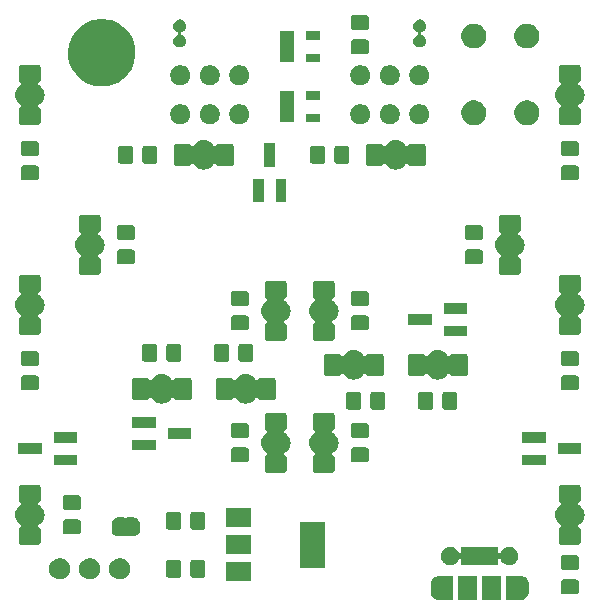
<source format=gbr>
G04 #@! TF.GenerationSoftware,KiCad,Pcbnew,5.1.5+dfsg1-2build2*
G04 #@! TF.CreationDate,2020-06-02T19:47:54-07:00*
G04 #@! TF.ProjectId,sram-cell,7372616d-2d63-4656-9c6c-2e6b69636164,rev?*
G04 #@! TF.SameCoordinates,Original*
G04 #@! TF.FileFunction,Soldermask,Bot*
G04 #@! TF.FilePolarity,Negative*
%FSLAX46Y46*%
G04 Gerber Fmt 4.6, Leading zero omitted, Abs format (unit mm)*
G04 Created by KiCad (PCBNEW 5.1.5+dfsg1-2build2) date 2020-06-02 19:47:54*
%MOMM*%
%LPD*%
G04 APERTURE LIST*
%ADD10C,0.100000*%
G04 APERTURE END LIST*
D10*
G36*
X164165862Y-124568898D02*
G01*
X164178114Y-124569500D01*
X165391000Y-124569500D01*
X165391000Y-126571500D01*
X164178114Y-126571500D01*
X164165862Y-126572102D01*
X164140000Y-126574649D01*
X164114138Y-126572102D01*
X164101886Y-126571500D01*
X164028594Y-126571500D01*
X164011836Y-126562543D01*
X164000299Y-126558415D01*
X163915307Y-126532632D01*
X163889664Y-126524854D01*
X163776575Y-126464406D01*
X163677447Y-126383054D01*
X163596094Y-126283924D01*
X163535646Y-126170835D01*
X163525960Y-126138903D01*
X163498420Y-126048117D01*
X163489000Y-125952472D01*
X163489000Y-125188527D01*
X163498420Y-125092882D01*
X163535645Y-124970168D01*
X163563288Y-124918452D01*
X163596095Y-124857075D01*
X163677447Y-124757946D01*
X163776576Y-124676594D01*
X163889666Y-124616146D01*
X163899697Y-124613103D01*
X164000290Y-124582588D01*
X164022925Y-124573212D01*
X164028481Y-124569500D01*
X164101886Y-124569500D01*
X164114138Y-124568898D01*
X164140000Y-124566351D01*
X164165862Y-124568898D01*
G37*
G36*
X171165862Y-124568898D02*
G01*
X171178114Y-124569500D01*
X171251406Y-124569500D01*
X171268164Y-124578457D01*
X171279707Y-124582587D01*
X171380303Y-124613103D01*
X171390334Y-124616146D01*
X171503424Y-124676594D01*
X171602554Y-124757947D01*
X171683906Y-124857075D01*
X171744354Y-124970164D01*
X171747326Y-124979962D01*
X171781580Y-125092882D01*
X171791000Y-125188527D01*
X171791000Y-125952473D01*
X171781580Y-126048118D01*
X171767328Y-126095101D01*
X171744354Y-126170836D01*
X171683906Y-126283925D01*
X171602554Y-126383054D01*
X171503425Y-126464406D01*
X171390336Y-126524854D01*
X171364693Y-126532632D01*
X171279708Y-126558413D01*
X171257075Y-126567787D01*
X171251518Y-126571500D01*
X171178114Y-126571500D01*
X171165862Y-126572102D01*
X171140000Y-126574649D01*
X171114138Y-126572102D01*
X171101886Y-126571500D01*
X169889000Y-126571500D01*
X169889000Y-124569500D01*
X171101886Y-124569500D01*
X171114138Y-124568898D01*
X171140000Y-124566351D01*
X171165862Y-124568898D01*
G37*
G36*
X167441000Y-126571500D02*
G01*
X165839000Y-126571500D01*
X165839000Y-124569500D01*
X167441000Y-124569500D01*
X167441000Y-126571500D01*
G37*
G36*
X169441000Y-126571500D02*
G01*
X167839000Y-126571500D01*
X167839000Y-124569500D01*
X169441000Y-124569500D01*
X169441000Y-126571500D01*
G37*
G36*
X175848674Y-124863465D02*
G01*
X175886367Y-124874899D01*
X175921103Y-124893466D01*
X175951548Y-124918452D01*
X175976534Y-124948897D01*
X175995101Y-124983633D01*
X176006535Y-125021326D01*
X176011000Y-125066661D01*
X176011000Y-125903339D01*
X176006535Y-125948674D01*
X175995101Y-125986367D01*
X175976534Y-126021103D01*
X175951548Y-126051548D01*
X175921103Y-126076534D01*
X175886367Y-126095101D01*
X175848674Y-126106535D01*
X175803339Y-126111000D01*
X174716661Y-126111000D01*
X174671326Y-126106535D01*
X174633633Y-126095101D01*
X174598897Y-126076534D01*
X174568452Y-126051548D01*
X174543466Y-126021103D01*
X174524899Y-125986367D01*
X174513465Y-125948674D01*
X174509000Y-125903339D01*
X174509000Y-125066661D01*
X174513465Y-125021326D01*
X174524899Y-124983633D01*
X174543466Y-124948897D01*
X174568452Y-124918452D01*
X174598897Y-124893466D01*
X174633633Y-124874899D01*
X174671326Y-124863465D01*
X174716661Y-124859000D01*
X175803339Y-124859000D01*
X175848674Y-124863465D01*
G37*
G36*
X148269000Y-125021000D02*
G01*
X146167000Y-125021000D01*
X146167000Y-123419000D01*
X148269000Y-123419000D01*
X148269000Y-125021000D01*
G37*
G36*
X134733512Y-123055927D02*
G01*
X134882812Y-123085624D01*
X135046784Y-123153544D01*
X135194354Y-123252147D01*
X135319853Y-123377646D01*
X135418456Y-123525216D01*
X135486376Y-123689188D01*
X135506195Y-123788827D01*
X135521000Y-123863258D01*
X135521000Y-124040742D01*
X135516970Y-124061000D01*
X135486376Y-124214812D01*
X135418456Y-124378784D01*
X135319853Y-124526354D01*
X135194354Y-124651853D01*
X135046784Y-124750456D01*
X134882812Y-124818376D01*
X134733512Y-124848073D01*
X134708742Y-124853000D01*
X134531258Y-124853000D01*
X134506488Y-124848073D01*
X134357188Y-124818376D01*
X134193216Y-124750456D01*
X134045646Y-124651853D01*
X133920147Y-124526354D01*
X133821544Y-124378784D01*
X133753624Y-124214812D01*
X133723030Y-124061000D01*
X133719000Y-124040742D01*
X133719000Y-123863258D01*
X133733805Y-123788827D01*
X133753624Y-123689188D01*
X133821544Y-123525216D01*
X133920147Y-123377646D01*
X134045646Y-123252147D01*
X134193216Y-123153544D01*
X134357188Y-123085624D01*
X134506488Y-123055927D01*
X134531258Y-123051000D01*
X134708742Y-123051000D01*
X134733512Y-123055927D01*
G37*
G36*
X137273512Y-123055927D02*
G01*
X137422812Y-123085624D01*
X137586784Y-123153544D01*
X137734354Y-123252147D01*
X137859853Y-123377646D01*
X137958456Y-123525216D01*
X138026376Y-123689188D01*
X138046195Y-123788827D01*
X138061000Y-123863258D01*
X138061000Y-124040742D01*
X138056970Y-124061000D01*
X138026376Y-124214812D01*
X137958456Y-124378784D01*
X137859853Y-124526354D01*
X137734354Y-124651853D01*
X137586784Y-124750456D01*
X137422812Y-124818376D01*
X137273512Y-124848073D01*
X137248742Y-124853000D01*
X137071258Y-124853000D01*
X137046488Y-124848073D01*
X136897188Y-124818376D01*
X136733216Y-124750456D01*
X136585646Y-124651853D01*
X136460147Y-124526354D01*
X136361544Y-124378784D01*
X136293624Y-124214812D01*
X136263030Y-124061000D01*
X136259000Y-124040742D01*
X136259000Y-123863258D01*
X136273805Y-123788827D01*
X136293624Y-123689188D01*
X136361544Y-123525216D01*
X136460147Y-123377646D01*
X136585646Y-123252147D01*
X136733216Y-123153544D01*
X136897188Y-123085624D01*
X137046488Y-123055927D01*
X137071258Y-123051000D01*
X137248742Y-123051000D01*
X137273512Y-123055927D01*
G37*
G36*
X132193512Y-123055927D02*
G01*
X132342812Y-123085624D01*
X132506784Y-123153544D01*
X132654354Y-123252147D01*
X132779853Y-123377646D01*
X132878456Y-123525216D01*
X132946376Y-123689188D01*
X132966195Y-123788827D01*
X132981000Y-123863258D01*
X132981000Y-124040742D01*
X132976970Y-124061000D01*
X132946376Y-124214812D01*
X132878456Y-124378784D01*
X132779853Y-124526354D01*
X132654354Y-124651853D01*
X132506784Y-124750456D01*
X132342812Y-124818376D01*
X132193512Y-124848073D01*
X132168742Y-124853000D01*
X131991258Y-124853000D01*
X131966488Y-124848073D01*
X131817188Y-124818376D01*
X131653216Y-124750456D01*
X131505646Y-124651853D01*
X131380147Y-124526354D01*
X131281544Y-124378784D01*
X131213624Y-124214812D01*
X131183030Y-124061000D01*
X131179000Y-124040742D01*
X131179000Y-123863258D01*
X131193805Y-123788827D01*
X131213624Y-123689188D01*
X131281544Y-123525216D01*
X131380147Y-123377646D01*
X131505646Y-123252147D01*
X131653216Y-123153544D01*
X131817188Y-123085624D01*
X131966488Y-123055927D01*
X131991258Y-123051000D01*
X132168742Y-123051000D01*
X132193512Y-123055927D01*
G37*
G36*
X142186674Y-123205465D02*
G01*
X142224367Y-123216899D01*
X142259103Y-123235466D01*
X142289548Y-123260452D01*
X142314534Y-123290897D01*
X142333101Y-123325633D01*
X142344535Y-123363326D01*
X142349000Y-123408661D01*
X142349000Y-124495339D01*
X142344535Y-124540674D01*
X142333101Y-124578367D01*
X142314534Y-124613103D01*
X142289548Y-124643548D01*
X142259103Y-124668534D01*
X142224367Y-124687101D01*
X142186674Y-124698535D01*
X142141339Y-124703000D01*
X141304661Y-124703000D01*
X141259326Y-124698535D01*
X141221633Y-124687101D01*
X141186897Y-124668534D01*
X141156452Y-124643548D01*
X141131466Y-124613103D01*
X141112899Y-124578367D01*
X141101465Y-124540674D01*
X141097000Y-124495339D01*
X141097000Y-123408661D01*
X141101465Y-123363326D01*
X141112899Y-123325633D01*
X141131466Y-123290897D01*
X141156452Y-123260452D01*
X141186897Y-123235466D01*
X141221633Y-123216899D01*
X141259326Y-123205465D01*
X141304661Y-123201000D01*
X142141339Y-123201000D01*
X142186674Y-123205465D01*
G37*
G36*
X144236674Y-123205465D02*
G01*
X144274367Y-123216899D01*
X144309103Y-123235466D01*
X144339548Y-123260452D01*
X144364534Y-123290897D01*
X144383101Y-123325633D01*
X144394535Y-123363326D01*
X144399000Y-123408661D01*
X144399000Y-124495339D01*
X144394535Y-124540674D01*
X144383101Y-124578367D01*
X144364534Y-124613103D01*
X144339548Y-124643548D01*
X144309103Y-124668534D01*
X144274367Y-124687101D01*
X144236674Y-124698535D01*
X144191339Y-124703000D01*
X143354661Y-124703000D01*
X143309326Y-124698535D01*
X143271633Y-124687101D01*
X143236897Y-124668534D01*
X143206452Y-124643548D01*
X143181466Y-124613103D01*
X143162899Y-124578367D01*
X143151465Y-124540674D01*
X143147000Y-124495339D01*
X143147000Y-123408661D01*
X143151465Y-123363326D01*
X143162899Y-123325633D01*
X143181466Y-123290897D01*
X143206452Y-123260452D01*
X143236897Y-123235466D01*
X143271633Y-123216899D01*
X143309326Y-123205465D01*
X143354661Y-123201000D01*
X144191339Y-123201000D01*
X144236674Y-123205465D01*
G37*
G36*
X175848674Y-122813465D02*
G01*
X175886367Y-122824899D01*
X175921103Y-122843466D01*
X175951548Y-122868452D01*
X175976534Y-122898897D01*
X175995101Y-122933633D01*
X176006535Y-122971326D01*
X176011000Y-123016661D01*
X176011000Y-123853339D01*
X176006535Y-123898674D01*
X175995101Y-123936367D01*
X175976534Y-123971103D01*
X175951548Y-124001548D01*
X175921103Y-124026534D01*
X175886367Y-124045101D01*
X175848674Y-124056535D01*
X175803339Y-124061000D01*
X174716661Y-124061000D01*
X174671326Y-124056535D01*
X174633633Y-124045101D01*
X174598897Y-124026534D01*
X174568452Y-124001548D01*
X174543466Y-123971103D01*
X174524899Y-123936367D01*
X174513465Y-123898674D01*
X174509000Y-123853339D01*
X174509000Y-123016661D01*
X174513465Y-122971326D01*
X174524899Y-122933633D01*
X174543466Y-122898897D01*
X174568452Y-122868452D01*
X174598897Y-122843466D01*
X174633633Y-122824899D01*
X174671326Y-122813465D01*
X174716661Y-122809000D01*
X175803339Y-122809000D01*
X175848674Y-122813465D01*
G37*
G36*
X154569000Y-123871000D02*
G01*
X152467000Y-123871000D01*
X152467000Y-119969000D01*
X154569000Y-119969000D01*
X154569000Y-123871000D01*
G37*
G36*
X165366348Y-122124320D02*
G01*
X165366350Y-122124321D01*
X165366351Y-122124321D01*
X165507574Y-122182817D01*
X165507577Y-122182819D01*
X165634669Y-122267739D01*
X165742761Y-122375831D01*
X165799375Y-122460560D01*
X165827683Y-122502926D01*
X165848517Y-122553225D01*
X165860068Y-122574836D01*
X165875614Y-122593778D01*
X165894556Y-122609323D01*
X165916166Y-122620874D01*
X165939615Y-122627987D01*
X165964001Y-122630389D01*
X165988387Y-122627987D01*
X166011836Y-122620874D01*
X166033447Y-122609323D01*
X166052389Y-122593777D01*
X166067934Y-122574835D01*
X166079485Y-122553225D01*
X166086598Y-122529776D01*
X166089000Y-122505390D01*
X166089000Y-122144500D01*
X169191000Y-122144500D01*
X169191000Y-122505390D01*
X169193402Y-122529776D01*
X169200515Y-122553225D01*
X169212066Y-122574836D01*
X169227611Y-122593778D01*
X169246553Y-122609323D01*
X169268164Y-122620874D01*
X169291613Y-122627987D01*
X169315999Y-122630389D01*
X169340385Y-122627987D01*
X169363834Y-122620874D01*
X169385445Y-122609323D01*
X169404387Y-122593778D01*
X169419932Y-122574836D01*
X169431483Y-122553225D01*
X169452317Y-122502926D01*
X169480625Y-122460560D01*
X169537239Y-122375831D01*
X169645331Y-122267739D01*
X169772423Y-122182819D01*
X169772426Y-122182817D01*
X169913649Y-122124321D01*
X169913650Y-122124321D01*
X169913652Y-122124320D01*
X170063569Y-122094500D01*
X170216431Y-122094500D01*
X170366348Y-122124320D01*
X170366350Y-122124321D01*
X170366351Y-122124321D01*
X170507574Y-122182817D01*
X170507577Y-122182819D01*
X170634669Y-122267739D01*
X170742761Y-122375831D01*
X170827681Y-122502923D01*
X170827683Y-122502926D01*
X170880479Y-122630389D01*
X170886180Y-122644152D01*
X170916000Y-122794069D01*
X170916000Y-122946931D01*
X170888413Y-123085624D01*
X170886179Y-123096851D01*
X170827683Y-123238074D01*
X170827682Y-123238075D01*
X170827681Y-123238077D01*
X170742761Y-123365169D01*
X170634669Y-123473261D01*
X170507577Y-123558181D01*
X170507574Y-123558183D01*
X170366351Y-123616679D01*
X170366350Y-123616679D01*
X170366348Y-123616680D01*
X170216431Y-123646500D01*
X170063569Y-123646500D01*
X169913652Y-123616680D01*
X169913650Y-123616679D01*
X169913649Y-123616679D01*
X169772426Y-123558183D01*
X169772423Y-123558181D01*
X169645331Y-123473261D01*
X169537239Y-123365169D01*
X169461721Y-123252148D01*
X169452317Y-123238074D01*
X169431481Y-123187772D01*
X169419932Y-123166164D01*
X169404386Y-123147222D01*
X169385444Y-123131677D01*
X169363834Y-123120126D01*
X169340385Y-123113013D01*
X169315999Y-123110611D01*
X169291613Y-123113013D01*
X169268164Y-123120126D01*
X169246553Y-123131677D01*
X169227611Y-123147223D01*
X169212066Y-123166165D01*
X169200515Y-123187775D01*
X169193402Y-123211224D01*
X169191000Y-123235610D01*
X169191000Y-123596500D01*
X166089000Y-123596500D01*
X166089000Y-123235610D01*
X166086598Y-123211224D01*
X166079485Y-123187775D01*
X166067934Y-123166164D01*
X166052389Y-123147222D01*
X166033447Y-123131677D01*
X166011836Y-123120126D01*
X165988387Y-123113013D01*
X165964001Y-123110611D01*
X165939615Y-123113013D01*
X165916166Y-123120126D01*
X165894555Y-123131677D01*
X165875613Y-123147222D01*
X165860068Y-123166164D01*
X165848519Y-123187772D01*
X165827683Y-123238074D01*
X165818279Y-123252148D01*
X165742761Y-123365169D01*
X165634669Y-123473261D01*
X165507577Y-123558181D01*
X165507574Y-123558183D01*
X165366351Y-123616679D01*
X165366350Y-123616679D01*
X165366348Y-123616680D01*
X165216431Y-123646500D01*
X165063569Y-123646500D01*
X164913652Y-123616680D01*
X164913650Y-123616679D01*
X164913649Y-123616679D01*
X164772426Y-123558183D01*
X164772423Y-123558181D01*
X164645331Y-123473261D01*
X164537239Y-123365169D01*
X164452319Y-123238077D01*
X164452318Y-123238075D01*
X164452317Y-123238074D01*
X164393821Y-123096851D01*
X164391588Y-123085624D01*
X164364000Y-122946931D01*
X164364000Y-122794069D01*
X164393820Y-122644152D01*
X164399521Y-122630389D01*
X164452317Y-122502926D01*
X164452319Y-122502923D01*
X164537239Y-122375831D01*
X164645331Y-122267739D01*
X164772423Y-122182819D01*
X164772426Y-122182817D01*
X164913649Y-122124321D01*
X164913650Y-122124321D01*
X164913652Y-122124320D01*
X165063569Y-122094500D01*
X165216431Y-122094500D01*
X165366348Y-122124320D01*
G37*
G36*
X148269000Y-122721000D02*
G01*
X146167000Y-122721000D01*
X146167000Y-121119000D01*
X148269000Y-121119000D01*
X148269000Y-122721000D01*
G37*
G36*
X176000429Y-116834020D02*
G01*
X176043539Y-116847097D01*
X176083268Y-116868333D01*
X176118090Y-116896910D01*
X176146667Y-116931732D01*
X176167903Y-116971461D01*
X176180980Y-117014571D01*
X176186000Y-117065540D01*
X176186000Y-118119460D01*
X176180980Y-118170429D01*
X176167903Y-118213539D01*
X176146667Y-118253268D01*
X176118090Y-118288090D01*
X176083266Y-118316668D01*
X176041903Y-118338777D01*
X176021529Y-118352390D01*
X176004202Y-118369717D01*
X175990588Y-118390091D01*
X175981211Y-118412730D01*
X175976430Y-118436764D01*
X175976430Y-118461268D01*
X175981210Y-118485301D01*
X175990588Y-118507940D01*
X176004201Y-118528314D01*
X176021528Y-118545641D01*
X176041903Y-118559255D01*
X176090902Y-118585446D01*
X176235712Y-118704288D01*
X176354554Y-118849097D01*
X176425057Y-118981000D01*
X176442860Y-119014307D01*
X176497239Y-119193571D01*
X176497240Y-119193575D01*
X176515601Y-119380000D01*
X176497240Y-119566425D01*
X176497239Y-119566428D01*
X176497239Y-119566429D01*
X176442860Y-119745693D01*
X176442858Y-119745696D01*
X176442858Y-119745697D01*
X176354554Y-119910903D01*
X176235712Y-120055712D01*
X176090902Y-120174554D01*
X176041903Y-120200745D01*
X176021528Y-120214359D01*
X176004201Y-120231686D01*
X175990588Y-120252060D01*
X175981210Y-120274699D01*
X175976430Y-120298732D01*
X175976430Y-120323236D01*
X175981211Y-120347270D01*
X175990588Y-120369908D01*
X176004202Y-120390283D01*
X176021529Y-120407610D01*
X176041903Y-120421223D01*
X176083266Y-120443332D01*
X176118090Y-120471910D01*
X176146667Y-120506732D01*
X176167903Y-120546461D01*
X176180980Y-120589571D01*
X176186000Y-120640540D01*
X176186000Y-121694460D01*
X176180980Y-121745429D01*
X176167903Y-121788539D01*
X176146667Y-121828268D01*
X176118090Y-121863090D01*
X176083268Y-121891667D01*
X176043539Y-121912903D01*
X176000429Y-121925980D01*
X175949460Y-121931000D01*
X174570540Y-121931000D01*
X174519571Y-121925980D01*
X174476461Y-121912903D01*
X174436732Y-121891667D01*
X174401910Y-121863090D01*
X174373333Y-121828268D01*
X174352097Y-121788539D01*
X174339020Y-121745429D01*
X174334000Y-121694460D01*
X174334000Y-120640540D01*
X174339020Y-120589571D01*
X174352097Y-120546461D01*
X174373333Y-120506732D01*
X174401910Y-120471910D01*
X174436734Y-120443332D01*
X174478097Y-120421223D01*
X174498471Y-120407610D01*
X174515798Y-120390283D01*
X174529412Y-120369909D01*
X174538789Y-120347270D01*
X174543570Y-120323236D01*
X174543570Y-120298732D01*
X174538790Y-120274699D01*
X174529412Y-120252060D01*
X174515799Y-120231686D01*
X174498472Y-120214359D01*
X174478097Y-120200745D01*
X174429098Y-120174554D01*
X174284288Y-120055712D01*
X174165446Y-119910903D01*
X174077142Y-119745697D01*
X174077142Y-119745696D01*
X174077140Y-119745693D01*
X174022761Y-119566429D01*
X174022761Y-119566428D01*
X174022760Y-119566425D01*
X174004399Y-119380000D01*
X174022760Y-119193575D01*
X174022761Y-119193571D01*
X174077140Y-119014307D01*
X174094943Y-118981000D01*
X174165446Y-118849097D01*
X174284288Y-118704288D01*
X174429098Y-118585446D01*
X174478097Y-118559255D01*
X174498472Y-118545641D01*
X174515799Y-118528314D01*
X174529412Y-118507940D01*
X174538790Y-118485301D01*
X174543570Y-118461268D01*
X174543570Y-118436764D01*
X174538789Y-118412730D01*
X174529412Y-118390092D01*
X174515798Y-118369717D01*
X174498471Y-118352390D01*
X174478097Y-118338777D01*
X174436734Y-118316668D01*
X174401910Y-118288090D01*
X174373333Y-118253268D01*
X174352097Y-118213539D01*
X174339020Y-118170429D01*
X174334000Y-118119460D01*
X174334000Y-117065540D01*
X174339020Y-117014571D01*
X174352097Y-116971461D01*
X174373333Y-116931732D01*
X174401910Y-116896910D01*
X174436732Y-116868333D01*
X174476461Y-116847097D01*
X174519571Y-116834020D01*
X174570540Y-116829000D01*
X175949460Y-116829000D01*
X176000429Y-116834020D01*
G37*
G36*
X130280429Y-116834020D02*
G01*
X130323539Y-116847097D01*
X130363268Y-116868333D01*
X130398090Y-116896910D01*
X130426667Y-116931732D01*
X130447903Y-116971461D01*
X130460980Y-117014571D01*
X130466000Y-117065540D01*
X130466000Y-118119460D01*
X130460980Y-118170429D01*
X130447903Y-118213539D01*
X130426667Y-118253268D01*
X130398090Y-118288090D01*
X130363266Y-118316668D01*
X130321903Y-118338777D01*
X130301529Y-118352390D01*
X130284202Y-118369717D01*
X130270588Y-118390091D01*
X130261211Y-118412730D01*
X130256430Y-118436764D01*
X130256430Y-118461268D01*
X130261210Y-118485301D01*
X130270588Y-118507940D01*
X130284201Y-118528314D01*
X130301528Y-118545641D01*
X130321903Y-118559255D01*
X130370902Y-118585446D01*
X130515712Y-118704288D01*
X130634554Y-118849097D01*
X130705057Y-118981000D01*
X130722860Y-119014307D01*
X130777239Y-119193571D01*
X130777240Y-119193575D01*
X130795601Y-119380000D01*
X130777240Y-119566425D01*
X130777239Y-119566428D01*
X130777239Y-119566429D01*
X130722860Y-119745693D01*
X130722858Y-119745696D01*
X130722858Y-119745697D01*
X130634554Y-119910903D01*
X130515712Y-120055712D01*
X130370902Y-120174554D01*
X130321903Y-120200745D01*
X130301528Y-120214359D01*
X130284201Y-120231686D01*
X130270588Y-120252060D01*
X130261210Y-120274699D01*
X130256430Y-120298732D01*
X130256430Y-120323236D01*
X130261211Y-120347270D01*
X130270588Y-120369908D01*
X130284202Y-120390283D01*
X130301529Y-120407610D01*
X130321903Y-120421223D01*
X130363266Y-120443332D01*
X130398090Y-120471910D01*
X130426667Y-120506732D01*
X130447903Y-120546461D01*
X130460980Y-120589571D01*
X130466000Y-120640540D01*
X130466000Y-121694460D01*
X130460980Y-121745429D01*
X130447903Y-121788539D01*
X130426667Y-121828268D01*
X130398090Y-121863090D01*
X130363268Y-121891667D01*
X130323539Y-121912903D01*
X130280429Y-121925980D01*
X130229460Y-121931000D01*
X128850540Y-121931000D01*
X128799571Y-121925980D01*
X128756461Y-121912903D01*
X128716732Y-121891667D01*
X128681910Y-121863090D01*
X128653333Y-121828268D01*
X128632097Y-121788539D01*
X128619020Y-121745429D01*
X128614000Y-121694460D01*
X128614000Y-120640540D01*
X128619020Y-120589571D01*
X128632097Y-120546461D01*
X128653333Y-120506732D01*
X128681910Y-120471910D01*
X128716734Y-120443332D01*
X128758097Y-120421223D01*
X128778471Y-120407610D01*
X128795798Y-120390283D01*
X128809412Y-120369909D01*
X128818789Y-120347270D01*
X128823570Y-120323236D01*
X128823570Y-120298732D01*
X128818790Y-120274699D01*
X128809412Y-120252060D01*
X128795799Y-120231686D01*
X128778472Y-120214359D01*
X128758097Y-120200745D01*
X128709098Y-120174554D01*
X128564288Y-120055712D01*
X128445446Y-119910903D01*
X128357142Y-119745697D01*
X128357142Y-119745696D01*
X128357140Y-119745693D01*
X128302761Y-119566429D01*
X128302761Y-119566428D01*
X128302760Y-119566425D01*
X128284399Y-119380000D01*
X128302760Y-119193575D01*
X128302761Y-119193571D01*
X128357140Y-119014307D01*
X128374943Y-118981000D01*
X128445446Y-118849097D01*
X128564288Y-118704288D01*
X128709098Y-118585446D01*
X128758097Y-118559255D01*
X128778472Y-118545641D01*
X128795799Y-118528314D01*
X128809412Y-118507940D01*
X128818790Y-118485301D01*
X128823570Y-118461268D01*
X128823570Y-118436764D01*
X128818789Y-118412730D01*
X128809412Y-118390092D01*
X128795798Y-118369717D01*
X128778471Y-118352390D01*
X128758097Y-118338777D01*
X128716734Y-118316668D01*
X128681910Y-118288090D01*
X128653333Y-118253268D01*
X128632097Y-118213539D01*
X128619020Y-118170429D01*
X128614000Y-118119460D01*
X128614000Y-117065540D01*
X128619020Y-117014571D01*
X128632097Y-116971461D01*
X128653333Y-116931732D01*
X128681910Y-116896910D01*
X128716732Y-116868333D01*
X128756461Y-116847097D01*
X128799571Y-116834020D01*
X128850540Y-116829000D01*
X130229460Y-116829000D01*
X130280429Y-116834020D01*
G37*
G36*
X137527999Y-119595737D02*
G01*
X137537608Y-119598652D01*
X137546472Y-119603390D01*
X137554237Y-119609763D01*
X137564448Y-119622206D01*
X137571378Y-119632575D01*
X137588705Y-119649902D01*
X137609080Y-119663515D01*
X137631720Y-119672891D01*
X137655753Y-119677671D01*
X137680257Y-119677670D01*
X137704290Y-119672888D01*
X137726929Y-119663510D01*
X137747302Y-119649895D01*
X137764629Y-119632568D01*
X137771558Y-119622198D01*
X137781763Y-119609763D01*
X137789528Y-119603390D01*
X137798392Y-119598652D01*
X137808001Y-119595737D01*
X137824140Y-119594148D01*
X138311861Y-119594148D01*
X138330199Y-119595954D01*
X138342450Y-119596556D01*
X138360869Y-119596556D01*
X138383149Y-119598750D01*
X138467233Y-119615476D01*
X138488660Y-119621976D01*
X138567858Y-119654780D01*
X138573303Y-119657691D01*
X138573309Y-119657693D01*
X138582169Y-119662429D01*
X138582173Y-119662432D01*
X138587614Y-119665340D01*
X138658899Y-119712971D01*
X138676204Y-119727172D01*
X138736828Y-119787796D01*
X138751029Y-119805101D01*
X138798660Y-119876386D01*
X138801568Y-119881827D01*
X138801571Y-119881831D01*
X138806307Y-119890691D01*
X138806309Y-119890697D01*
X138809220Y-119896142D01*
X138842024Y-119975340D01*
X138848524Y-119996767D01*
X138865250Y-120080851D01*
X138867444Y-120103131D01*
X138867444Y-120121550D01*
X138868046Y-120133801D01*
X138869852Y-120152139D01*
X138869852Y-120639862D01*
X138868046Y-120658199D01*
X138867444Y-120670450D01*
X138867444Y-120688869D01*
X138865250Y-120711149D01*
X138848524Y-120795233D01*
X138842024Y-120816660D01*
X138809220Y-120895858D01*
X138806309Y-120901303D01*
X138806307Y-120901309D01*
X138801571Y-120910169D01*
X138801568Y-120910173D01*
X138798660Y-120915614D01*
X138751029Y-120986899D01*
X138736828Y-121004204D01*
X138676204Y-121064828D01*
X138658899Y-121079029D01*
X138587614Y-121126660D01*
X138582173Y-121129568D01*
X138582169Y-121129571D01*
X138573309Y-121134307D01*
X138573303Y-121134309D01*
X138567858Y-121137220D01*
X138488660Y-121170024D01*
X138467233Y-121176524D01*
X138383149Y-121193250D01*
X138360869Y-121195444D01*
X138342450Y-121195444D01*
X138330199Y-121196046D01*
X138311862Y-121197852D01*
X137824140Y-121197852D01*
X137808001Y-121196263D01*
X137798392Y-121193348D01*
X137789528Y-121188610D01*
X137781763Y-121182237D01*
X137771552Y-121169794D01*
X137764622Y-121159425D01*
X137747295Y-121142098D01*
X137726920Y-121128485D01*
X137704280Y-121119109D01*
X137680247Y-121114329D01*
X137655743Y-121114330D01*
X137631710Y-121119112D01*
X137609071Y-121128490D01*
X137588698Y-121142105D01*
X137571371Y-121159432D01*
X137564442Y-121169802D01*
X137554237Y-121182237D01*
X137546472Y-121188610D01*
X137537608Y-121193348D01*
X137527999Y-121196263D01*
X137511860Y-121197852D01*
X137024138Y-121197852D01*
X137005801Y-121196046D01*
X136993550Y-121195444D01*
X136975131Y-121195444D01*
X136952851Y-121193250D01*
X136868767Y-121176524D01*
X136847340Y-121170024D01*
X136768142Y-121137220D01*
X136762697Y-121134309D01*
X136762691Y-121134307D01*
X136753831Y-121129571D01*
X136753827Y-121129568D01*
X136748386Y-121126660D01*
X136677101Y-121079029D01*
X136659796Y-121064828D01*
X136599172Y-121004204D01*
X136584971Y-120986899D01*
X136537340Y-120915614D01*
X136534432Y-120910173D01*
X136534429Y-120910169D01*
X136529693Y-120901309D01*
X136529691Y-120901303D01*
X136526780Y-120895858D01*
X136493976Y-120816660D01*
X136487476Y-120795233D01*
X136470750Y-120711149D01*
X136468556Y-120688869D01*
X136468556Y-120670450D01*
X136467954Y-120658199D01*
X136466148Y-120639862D01*
X136466148Y-120152139D01*
X136467954Y-120133801D01*
X136468556Y-120121550D01*
X136468556Y-120103131D01*
X136470750Y-120080851D01*
X136487476Y-119996767D01*
X136493976Y-119975340D01*
X136526780Y-119896142D01*
X136529691Y-119890697D01*
X136529693Y-119890691D01*
X136534429Y-119881831D01*
X136534432Y-119881827D01*
X136537340Y-119876386D01*
X136584971Y-119805101D01*
X136599172Y-119787796D01*
X136659796Y-119727172D01*
X136677101Y-119712971D01*
X136748386Y-119665340D01*
X136753827Y-119662432D01*
X136753831Y-119662429D01*
X136762691Y-119657693D01*
X136762697Y-119657691D01*
X136768142Y-119654780D01*
X136847340Y-119621976D01*
X136868767Y-119615476D01*
X136952851Y-119598750D01*
X136975131Y-119596556D01*
X136993550Y-119596556D01*
X137005801Y-119595954D01*
X137024139Y-119594148D01*
X137511860Y-119594148D01*
X137527999Y-119595737D01*
G37*
G36*
X133684674Y-119783465D02*
G01*
X133722367Y-119794899D01*
X133757103Y-119813466D01*
X133787548Y-119838452D01*
X133812534Y-119868897D01*
X133831101Y-119903633D01*
X133842535Y-119941326D01*
X133847000Y-119986661D01*
X133847000Y-120823339D01*
X133842535Y-120868674D01*
X133831101Y-120906367D01*
X133812534Y-120941103D01*
X133787548Y-120971548D01*
X133757103Y-120996534D01*
X133722367Y-121015101D01*
X133684674Y-121026535D01*
X133639339Y-121031000D01*
X132552661Y-121031000D01*
X132507326Y-121026535D01*
X132469633Y-121015101D01*
X132434897Y-120996534D01*
X132404452Y-120971548D01*
X132379466Y-120941103D01*
X132360899Y-120906367D01*
X132349465Y-120868674D01*
X132345000Y-120823339D01*
X132345000Y-119986661D01*
X132349465Y-119941326D01*
X132360899Y-119903633D01*
X132379466Y-119868897D01*
X132404452Y-119838452D01*
X132434897Y-119813466D01*
X132469633Y-119794899D01*
X132507326Y-119783465D01*
X132552661Y-119779000D01*
X133639339Y-119779000D01*
X133684674Y-119783465D01*
G37*
G36*
X144236674Y-119141465D02*
G01*
X144274367Y-119152899D01*
X144309103Y-119171466D01*
X144339548Y-119196452D01*
X144364534Y-119226897D01*
X144383101Y-119261633D01*
X144394535Y-119299326D01*
X144399000Y-119344661D01*
X144399000Y-120431339D01*
X144394535Y-120476674D01*
X144383101Y-120514367D01*
X144364534Y-120549103D01*
X144339548Y-120579548D01*
X144309103Y-120604534D01*
X144274367Y-120623101D01*
X144236674Y-120634535D01*
X144191339Y-120639000D01*
X143354661Y-120639000D01*
X143309326Y-120634535D01*
X143271633Y-120623101D01*
X143236897Y-120604534D01*
X143206452Y-120579548D01*
X143181466Y-120549103D01*
X143162899Y-120514367D01*
X143151465Y-120476674D01*
X143147000Y-120431339D01*
X143147000Y-119344661D01*
X143151465Y-119299326D01*
X143162899Y-119261633D01*
X143181466Y-119226897D01*
X143206452Y-119196452D01*
X143236897Y-119171466D01*
X143271633Y-119152899D01*
X143309326Y-119141465D01*
X143354661Y-119137000D01*
X144191339Y-119137000D01*
X144236674Y-119141465D01*
G37*
G36*
X142186674Y-119141465D02*
G01*
X142224367Y-119152899D01*
X142259103Y-119171466D01*
X142289548Y-119196452D01*
X142314534Y-119226897D01*
X142333101Y-119261633D01*
X142344535Y-119299326D01*
X142349000Y-119344661D01*
X142349000Y-120431339D01*
X142344535Y-120476674D01*
X142333101Y-120514367D01*
X142314534Y-120549103D01*
X142289548Y-120579548D01*
X142259103Y-120604534D01*
X142224367Y-120623101D01*
X142186674Y-120634535D01*
X142141339Y-120639000D01*
X141304661Y-120639000D01*
X141259326Y-120634535D01*
X141221633Y-120623101D01*
X141186897Y-120604534D01*
X141156452Y-120579548D01*
X141131466Y-120549103D01*
X141112899Y-120514367D01*
X141101465Y-120476674D01*
X141097000Y-120431339D01*
X141097000Y-119344661D01*
X141101465Y-119299326D01*
X141112899Y-119261633D01*
X141131466Y-119226897D01*
X141156452Y-119196452D01*
X141186897Y-119171466D01*
X141221633Y-119152899D01*
X141259326Y-119141465D01*
X141304661Y-119137000D01*
X142141339Y-119137000D01*
X142186674Y-119141465D01*
G37*
G36*
X148269000Y-120421000D02*
G01*
X146167000Y-120421000D01*
X146167000Y-118819000D01*
X148269000Y-118819000D01*
X148269000Y-120421000D01*
G37*
G36*
X133684674Y-117733465D02*
G01*
X133722367Y-117744899D01*
X133757103Y-117763466D01*
X133787548Y-117788452D01*
X133812534Y-117818897D01*
X133831101Y-117853633D01*
X133842535Y-117891326D01*
X133847000Y-117936661D01*
X133847000Y-118773339D01*
X133842535Y-118818674D01*
X133831101Y-118856367D01*
X133812534Y-118891103D01*
X133787548Y-118921548D01*
X133757103Y-118946534D01*
X133722367Y-118965101D01*
X133684674Y-118976535D01*
X133639339Y-118981000D01*
X132552661Y-118981000D01*
X132507326Y-118976535D01*
X132469633Y-118965101D01*
X132434897Y-118946534D01*
X132404452Y-118921548D01*
X132379466Y-118891103D01*
X132360899Y-118856367D01*
X132349465Y-118818674D01*
X132345000Y-118773339D01*
X132345000Y-117936661D01*
X132349465Y-117891326D01*
X132360899Y-117853633D01*
X132379466Y-117818897D01*
X132404452Y-117788452D01*
X132434897Y-117763466D01*
X132469633Y-117744899D01*
X132507326Y-117733465D01*
X132552661Y-117729000D01*
X133639339Y-117729000D01*
X133684674Y-117733465D01*
G37*
G36*
X155172429Y-110738020D02*
G01*
X155215539Y-110751097D01*
X155255268Y-110772333D01*
X155290090Y-110800910D01*
X155318667Y-110835732D01*
X155339903Y-110875461D01*
X155352980Y-110918571D01*
X155358000Y-110969540D01*
X155358000Y-112023460D01*
X155352980Y-112074429D01*
X155339903Y-112117539D01*
X155318667Y-112157268D01*
X155290090Y-112192090D01*
X155255266Y-112220668D01*
X155213903Y-112242777D01*
X155193529Y-112256390D01*
X155176202Y-112273717D01*
X155162588Y-112294091D01*
X155153211Y-112316730D01*
X155148430Y-112340764D01*
X155148430Y-112365268D01*
X155153210Y-112389301D01*
X155162588Y-112411940D01*
X155176201Y-112432314D01*
X155193528Y-112449641D01*
X155213903Y-112463255D01*
X155262902Y-112489446D01*
X155407712Y-112608288D01*
X155526554Y-112753097D01*
X155597057Y-112885000D01*
X155614860Y-112918307D01*
X155669239Y-113097571D01*
X155669240Y-113097575D01*
X155687601Y-113284000D01*
X155669240Y-113470425D01*
X155669239Y-113470428D01*
X155669239Y-113470429D01*
X155614860Y-113649693D01*
X155614858Y-113649696D01*
X155614858Y-113649697D01*
X155526554Y-113814903D01*
X155407712Y-113959712D01*
X155262902Y-114078554D01*
X155213903Y-114104745D01*
X155193528Y-114118359D01*
X155176201Y-114135686D01*
X155162588Y-114156060D01*
X155153210Y-114178699D01*
X155148430Y-114202732D01*
X155148430Y-114227236D01*
X155153211Y-114251270D01*
X155162588Y-114273908D01*
X155176202Y-114294283D01*
X155193529Y-114311610D01*
X155213903Y-114325223D01*
X155255266Y-114347332D01*
X155290090Y-114375910D01*
X155318667Y-114410732D01*
X155339903Y-114450461D01*
X155352980Y-114493571D01*
X155358000Y-114544540D01*
X155358000Y-115598460D01*
X155352980Y-115649429D01*
X155339903Y-115692539D01*
X155318667Y-115732268D01*
X155290090Y-115767090D01*
X155255268Y-115795667D01*
X155215539Y-115816903D01*
X155172429Y-115829980D01*
X155121460Y-115835000D01*
X153742540Y-115835000D01*
X153691571Y-115829980D01*
X153648461Y-115816903D01*
X153608732Y-115795667D01*
X153573910Y-115767090D01*
X153545333Y-115732268D01*
X153524097Y-115692539D01*
X153511020Y-115649429D01*
X153506000Y-115598460D01*
X153506000Y-114544540D01*
X153511020Y-114493571D01*
X153524097Y-114450461D01*
X153545333Y-114410732D01*
X153573910Y-114375910D01*
X153608734Y-114347332D01*
X153650097Y-114325223D01*
X153670471Y-114311610D01*
X153687798Y-114294283D01*
X153701412Y-114273909D01*
X153710789Y-114251270D01*
X153715570Y-114227236D01*
X153715570Y-114202732D01*
X153710790Y-114178699D01*
X153701412Y-114156060D01*
X153687799Y-114135686D01*
X153670472Y-114118359D01*
X153650097Y-114104745D01*
X153601098Y-114078554D01*
X153456288Y-113959712D01*
X153337446Y-113814903D01*
X153249142Y-113649697D01*
X153249142Y-113649696D01*
X153249140Y-113649693D01*
X153194761Y-113470429D01*
X153194761Y-113470428D01*
X153194760Y-113470425D01*
X153176399Y-113284000D01*
X153194760Y-113097575D01*
X153194761Y-113097571D01*
X153249140Y-112918307D01*
X153266943Y-112885000D01*
X153337446Y-112753097D01*
X153456288Y-112608288D01*
X153601098Y-112489446D01*
X153650097Y-112463255D01*
X153670472Y-112449641D01*
X153687799Y-112432314D01*
X153701412Y-112411940D01*
X153710790Y-112389301D01*
X153715570Y-112365268D01*
X153715570Y-112340764D01*
X153710789Y-112316730D01*
X153701412Y-112294092D01*
X153687798Y-112273717D01*
X153670471Y-112256390D01*
X153650097Y-112242777D01*
X153608734Y-112220668D01*
X153573910Y-112192090D01*
X153545333Y-112157268D01*
X153524097Y-112117539D01*
X153511020Y-112074429D01*
X153506000Y-112023460D01*
X153506000Y-110969540D01*
X153511020Y-110918571D01*
X153524097Y-110875461D01*
X153545333Y-110835732D01*
X153573910Y-110800910D01*
X153608732Y-110772333D01*
X153648461Y-110751097D01*
X153691571Y-110738020D01*
X153742540Y-110733000D01*
X155121460Y-110733000D01*
X155172429Y-110738020D01*
G37*
G36*
X151108429Y-110738020D02*
G01*
X151151539Y-110751097D01*
X151191268Y-110772333D01*
X151226090Y-110800910D01*
X151254667Y-110835732D01*
X151275903Y-110875461D01*
X151288980Y-110918571D01*
X151294000Y-110969540D01*
X151294000Y-112023460D01*
X151288980Y-112074429D01*
X151275903Y-112117539D01*
X151254667Y-112157268D01*
X151226090Y-112192090D01*
X151191266Y-112220668D01*
X151149903Y-112242777D01*
X151129529Y-112256390D01*
X151112202Y-112273717D01*
X151098588Y-112294091D01*
X151089211Y-112316730D01*
X151084430Y-112340764D01*
X151084430Y-112365268D01*
X151089210Y-112389301D01*
X151098588Y-112411940D01*
X151112201Y-112432314D01*
X151129528Y-112449641D01*
X151149903Y-112463255D01*
X151198902Y-112489446D01*
X151343712Y-112608288D01*
X151462554Y-112753097D01*
X151533057Y-112885000D01*
X151550860Y-112918307D01*
X151605239Y-113097571D01*
X151605240Y-113097575D01*
X151623601Y-113284000D01*
X151605240Y-113470425D01*
X151605239Y-113470428D01*
X151605239Y-113470429D01*
X151550860Y-113649693D01*
X151550858Y-113649696D01*
X151550858Y-113649697D01*
X151462554Y-113814903D01*
X151343712Y-113959712D01*
X151198902Y-114078554D01*
X151149903Y-114104745D01*
X151129528Y-114118359D01*
X151112201Y-114135686D01*
X151098588Y-114156060D01*
X151089210Y-114178699D01*
X151084430Y-114202732D01*
X151084430Y-114227236D01*
X151089211Y-114251270D01*
X151098588Y-114273908D01*
X151112202Y-114294283D01*
X151129529Y-114311610D01*
X151149903Y-114325223D01*
X151191266Y-114347332D01*
X151226090Y-114375910D01*
X151254667Y-114410732D01*
X151275903Y-114450461D01*
X151288980Y-114493571D01*
X151294000Y-114544540D01*
X151294000Y-115598460D01*
X151288980Y-115649429D01*
X151275903Y-115692539D01*
X151254667Y-115732268D01*
X151226090Y-115767090D01*
X151191268Y-115795667D01*
X151151539Y-115816903D01*
X151108429Y-115829980D01*
X151057460Y-115835000D01*
X149678540Y-115835000D01*
X149627571Y-115829980D01*
X149584461Y-115816903D01*
X149544732Y-115795667D01*
X149509910Y-115767090D01*
X149481333Y-115732268D01*
X149460097Y-115692539D01*
X149447020Y-115649429D01*
X149442000Y-115598460D01*
X149442000Y-114544540D01*
X149447020Y-114493571D01*
X149460097Y-114450461D01*
X149481333Y-114410732D01*
X149509910Y-114375910D01*
X149544734Y-114347332D01*
X149586097Y-114325223D01*
X149606471Y-114311610D01*
X149623798Y-114294283D01*
X149637412Y-114273909D01*
X149646789Y-114251270D01*
X149651570Y-114227236D01*
X149651570Y-114202732D01*
X149646790Y-114178699D01*
X149637412Y-114156060D01*
X149623799Y-114135686D01*
X149606472Y-114118359D01*
X149586097Y-114104745D01*
X149537098Y-114078554D01*
X149392288Y-113959712D01*
X149273446Y-113814903D01*
X149185142Y-113649697D01*
X149185142Y-113649696D01*
X149185140Y-113649693D01*
X149130761Y-113470429D01*
X149130761Y-113470428D01*
X149130760Y-113470425D01*
X149112399Y-113284000D01*
X149130760Y-113097575D01*
X149130761Y-113097571D01*
X149185140Y-112918307D01*
X149202943Y-112885000D01*
X149273446Y-112753097D01*
X149392288Y-112608288D01*
X149537098Y-112489446D01*
X149586097Y-112463255D01*
X149606472Y-112449641D01*
X149623799Y-112432314D01*
X149637412Y-112411940D01*
X149646790Y-112389301D01*
X149651570Y-112365268D01*
X149651570Y-112340764D01*
X149646789Y-112316730D01*
X149637412Y-112294092D01*
X149623798Y-112273717D01*
X149606471Y-112256390D01*
X149586097Y-112242777D01*
X149544734Y-112220668D01*
X149509910Y-112192090D01*
X149481333Y-112157268D01*
X149460097Y-112117539D01*
X149447020Y-112074429D01*
X149442000Y-112023460D01*
X149442000Y-110969540D01*
X149447020Y-110918571D01*
X149460097Y-110875461D01*
X149481333Y-110835732D01*
X149509910Y-110800910D01*
X149544732Y-110772333D01*
X149584461Y-110751097D01*
X149627571Y-110738020D01*
X149678540Y-110733000D01*
X151057460Y-110733000D01*
X151108429Y-110738020D01*
G37*
G36*
X133565000Y-115193000D02*
G01*
X131563000Y-115193000D01*
X131563000Y-114291000D01*
X133565000Y-114291000D01*
X133565000Y-115193000D01*
G37*
G36*
X173237000Y-115193000D02*
G01*
X171235000Y-115193000D01*
X171235000Y-114291000D01*
X173237000Y-114291000D01*
X173237000Y-115193000D01*
G37*
G36*
X158068674Y-113687465D02*
G01*
X158106367Y-113698899D01*
X158141103Y-113717466D01*
X158171548Y-113742452D01*
X158196534Y-113772897D01*
X158215101Y-113807633D01*
X158226535Y-113845326D01*
X158231000Y-113890661D01*
X158231000Y-114727339D01*
X158226535Y-114772674D01*
X158215101Y-114810367D01*
X158196534Y-114845103D01*
X158171548Y-114875548D01*
X158141103Y-114900534D01*
X158106367Y-114919101D01*
X158068674Y-114930535D01*
X158023339Y-114935000D01*
X156936661Y-114935000D01*
X156891326Y-114930535D01*
X156853633Y-114919101D01*
X156818897Y-114900534D01*
X156788452Y-114875548D01*
X156763466Y-114845103D01*
X156744899Y-114810367D01*
X156733465Y-114772674D01*
X156729000Y-114727339D01*
X156729000Y-113890661D01*
X156733465Y-113845326D01*
X156744899Y-113807633D01*
X156763466Y-113772897D01*
X156788452Y-113742452D01*
X156818897Y-113717466D01*
X156853633Y-113698899D01*
X156891326Y-113687465D01*
X156936661Y-113683000D01*
X158023339Y-113683000D01*
X158068674Y-113687465D01*
G37*
G36*
X147908674Y-113687465D02*
G01*
X147946367Y-113698899D01*
X147981103Y-113717466D01*
X148011548Y-113742452D01*
X148036534Y-113772897D01*
X148055101Y-113807633D01*
X148066535Y-113845326D01*
X148071000Y-113890661D01*
X148071000Y-114727339D01*
X148066535Y-114772674D01*
X148055101Y-114810367D01*
X148036534Y-114845103D01*
X148011548Y-114875548D01*
X147981103Y-114900534D01*
X147946367Y-114919101D01*
X147908674Y-114930535D01*
X147863339Y-114935000D01*
X146776661Y-114935000D01*
X146731326Y-114930535D01*
X146693633Y-114919101D01*
X146658897Y-114900534D01*
X146628452Y-114875548D01*
X146603466Y-114845103D01*
X146584899Y-114810367D01*
X146573465Y-114772674D01*
X146569000Y-114727339D01*
X146569000Y-113890661D01*
X146573465Y-113845326D01*
X146584899Y-113807633D01*
X146603466Y-113772897D01*
X146628452Y-113742452D01*
X146658897Y-113717466D01*
X146693633Y-113698899D01*
X146731326Y-113687465D01*
X146776661Y-113683000D01*
X147863339Y-113683000D01*
X147908674Y-113687465D01*
G37*
G36*
X176237000Y-114243000D02*
G01*
X174235000Y-114243000D01*
X174235000Y-113341000D01*
X176237000Y-113341000D01*
X176237000Y-114243000D01*
G37*
G36*
X130565000Y-114243000D02*
G01*
X128563000Y-114243000D01*
X128563000Y-113341000D01*
X130565000Y-113341000D01*
X130565000Y-114243000D01*
G37*
G36*
X140217000Y-113923000D02*
G01*
X138215000Y-113923000D01*
X138215000Y-113021000D01*
X140217000Y-113021000D01*
X140217000Y-113923000D01*
G37*
G36*
X133565000Y-113293000D02*
G01*
X131563000Y-113293000D01*
X131563000Y-112391000D01*
X133565000Y-112391000D01*
X133565000Y-113293000D01*
G37*
G36*
X173237000Y-113293000D02*
G01*
X171235000Y-113293000D01*
X171235000Y-112391000D01*
X173237000Y-112391000D01*
X173237000Y-113293000D01*
G37*
G36*
X143217000Y-112973000D02*
G01*
X141215000Y-112973000D01*
X141215000Y-112071000D01*
X143217000Y-112071000D01*
X143217000Y-112973000D01*
G37*
G36*
X147908674Y-111637465D02*
G01*
X147946367Y-111648899D01*
X147981103Y-111667466D01*
X148011548Y-111692452D01*
X148036534Y-111722897D01*
X148055101Y-111757633D01*
X148066535Y-111795326D01*
X148071000Y-111840661D01*
X148071000Y-112677339D01*
X148066535Y-112722674D01*
X148055101Y-112760367D01*
X148036534Y-112795103D01*
X148011548Y-112825548D01*
X147981103Y-112850534D01*
X147946367Y-112869101D01*
X147908674Y-112880535D01*
X147863339Y-112885000D01*
X146776661Y-112885000D01*
X146731326Y-112880535D01*
X146693633Y-112869101D01*
X146658897Y-112850534D01*
X146628452Y-112825548D01*
X146603466Y-112795103D01*
X146584899Y-112760367D01*
X146573465Y-112722674D01*
X146569000Y-112677339D01*
X146569000Y-111840661D01*
X146573465Y-111795326D01*
X146584899Y-111757633D01*
X146603466Y-111722897D01*
X146628452Y-111692452D01*
X146658897Y-111667466D01*
X146693633Y-111648899D01*
X146731326Y-111637465D01*
X146776661Y-111633000D01*
X147863339Y-111633000D01*
X147908674Y-111637465D01*
G37*
G36*
X158068674Y-111637465D02*
G01*
X158106367Y-111648899D01*
X158141103Y-111667466D01*
X158171548Y-111692452D01*
X158196534Y-111722897D01*
X158215101Y-111757633D01*
X158226535Y-111795326D01*
X158231000Y-111840661D01*
X158231000Y-112677339D01*
X158226535Y-112722674D01*
X158215101Y-112760367D01*
X158196534Y-112795103D01*
X158171548Y-112825548D01*
X158141103Y-112850534D01*
X158106367Y-112869101D01*
X158068674Y-112880535D01*
X158023339Y-112885000D01*
X156936661Y-112885000D01*
X156891326Y-112880535D01*
X156853633Y-112869101D01*
X156818897Y-112850534D01*
X156788452Y-112825548D01*
X156763466Y-112795103D01*
X156744899Y-112760367D01*
X156733465Y-112722674D01*
X156729000Y-112677339D01*
X156729000Y-111840661D01*
X156733465Y-111795326D01*
X156744899Y-111757633D01*
X156763466Y-111722897D01*
X156788452Y-111692452D01*
X156818897Y-111667466D01*
X156853633Y-111648899D01*
X156891326Y-111637465D01*
X156936661Y-111633000D01*
X158023339Y-111633000D01*
X158068674Y-111637465D01*
G37*
G36*
X140217000Y-112023000D02*
G01*
X138215000Y-112023000D01*
X138215000Y-111121000D01*
X140217000Y-111121000D01*
X140217000Y-112023000D01*
G37*
G36*
X157426674Y-108981465D02*
G01*
X157464367Y-108992899D01*
X157499103Y-109011466D01*
X157529548Y-109036452D01*
X157554534Y-109066897D01*
X157573101Y-109101633D01*
X157584535Y-109139326D01*
X157589000Y-109184661D01*
X157589000Y-110271339D01*
X157584535Y-110316674D01*
X157573101Y-110354367D01*
X157554534Y-110389103D01*
X157529548Y-110419548D01*
X157499103Y-110444534D01*
X157464367Y-110463101D01*
X157426674Y-110474535D01*
X157381339Y-110479000D01*
X156544661Y-110479000D01*
X156499326Y-110474535D01*
X156461633Y-110463101D01*
X156426897Y-110444534D01*
X156396452Y-110419548D01*
X156371466Y-110389103D01*
X156352899Y-110354367D01*
X156341465Y-110316674D01*
X156337000Y-110271339D01*
X156337000Y-109184661D01*
X156341465Y-109139326D01*
X156352899Y-109101633D01*
X156371466Y-109066897D01*
X156396452Y-109036452D01*
X156426897Y-109011466D01*
X156461633Y-108992899D01*
X156499326Y-108981465D01*
X156544661Y-108977000D01*
X157381339Y-108977000D01*
X157426674Y-108981465D01*
G37*
G36*
X163522674Y-108981465D02*
G01*
X163560367Y-108992899D01*
X163595103Y-109011466D01*
X163625548Y-109036452D01*
X163650534Y-109066897D01*
X163669101Y-109101633D01*
X163680535Y-109139326D01*
X163685000Y-109184661D01*
X163685000Y-110271339D01*
X163680535Y-110316674D01*
X163669101Y-110354367D01*
X163650534Y-110389103D01*
X163625548Y-110419548D01*
X163595103Y-110444534D01*
X163560367Y-110463101D01*
X163522674Y-110474535D01*
X163477339Y-110479000D01*
X162640661Y-110479000D01*
X162595326Y-110474535D01*
X162557633Y-110463101D01*
X162522897Y-110444534D01*
X162492452Y-110419548D01*
X162467466Y-110389103D01*
X162448899Y-110354367D01*
X162437465Y-110316674D01*
X162433000Y-110271339D01*
X162433000Y-109184661D01*
X162437465Y-109139326D01*
X162448899Y-109101633D01*
X162467466Y-109066897D01*
X162492452Y-109036452D01*
X162522897Y-109011466D01*
X162557633Y-108992899D01*
X162595326Y-108981465D01*
X162640661Y-108977000D01*
X163477339Y-108977000D01*
X163522674Y-108981465D01*
G37*
G36*
X165572674Y-108981465D02*
G01*
X165610367Y-108992899D01*
X165645103Y-109011466D01*
X165675548Y-109036452D01*
X165700534Y-109066897D01*
X165719101Y-109101633D01*
X165730535Y-109139326D01*
X165735000Y-109184661D01*
X165735000Y-110271339D01*
X165730535Y-110316674D01*
X165719101Y-110354367D01*
X165700534Y-110389103D01*
X165675548Y-110419548D01*
X165645103Y-110444534D01*
X165610367Y-110463101D01*
X165572674Y-110474535D01*
X165527339Y-110479000D01*
X164690661Y-110479000D01*
X164645326Y-110474535D01*
X164607633Y-110463101D01*
X164572897Y-110444534D01*
X164542452Y-110419548D01*
X164517466Y-110389103D01*
X164498899Y-110354367D01*
X164487465Y-110316674D01*
X164483000Y-110271339D01*
X164483000Y-109184661D01*
X164487465Y-109139326D01*
X164498899Y-109101633D01*
X164517466Y-109066897D01*
X164542452Y-109036452D01*
X164572897Y-109011466D01*
X164607633Y-108992899D01*
X164645326Y-108981465D01*
X164690661Y-108977000D01*
X165527339Y-108977000D01*
X165572674Y-108981465D01*
G37*
G36*
X159476674Y-108981465D02*
G01*
X159514367Y-108992899D01*
X159549103Y-109011466D01*
X159579548Y-109036452D01*
X159604534Y-109066897D01*
X159623101Y-109101633D01*
X159634535Y-109139326D01*
X159639000Y-109184661D01*
X159639000Y-110271339D01*
X159634535Y-110316674D01*
X159623101Y-110354367D01*
X159604534Y-110389103D01*
X159579548Y-110419548D01*
X159549103Y-110444534D01*
X159514367Y-110463101D01*
X159476674Y-110474535D01*
X159431339Y-110479000D01*
X158594661Y-110479000D01*
X158549326Y-110474535D01*
X158511633Y-110463101D01*
X158476897Y-110444534D01*
X158446452Y-110419548D01*
X158421466Y-110389103D01*
X158402899Y-110354367D01*
X158391465Y-110316674D01*
X158387000Y-110271339D01*
X158387000Y-109184661D01*
X158391465Y-109139326D01*
X158402899Y-109101633D01*
X158421466Y-109066897D01*
X158446452Y-109036452D01*
X158476897Y-109011466D01*
X158511633Y-108992899D01*
X158549326Y-108981465D01*
X158594661Y-108977000D01*
X159431339Y-108977000D01*
X159476674Y-108981465D01*
G37*
G36*
X140902424Y-107474760D02*
G01*
X140902427Y-107474761D01*
X140902428Y-107474761D01*
X141081692Y-107529140D01*
X141081695Y-107529142D01*
X141081696Y-107529142D01*
X141246903Y-107617446D01*
X141391712Y-107736288D01*
X141510554Y-107881098D01*
X141536745Y-107930097D01*
X141550359Y-107950472D01*
X141567686Y-107967799D01*
X141588060Y-107981412D01*
X141610699Y-107990790D01*
X141634732Y-107995570D01*
X141659236Y-107995570D01*
X141683270Y-107990789D01*
X141705908Y-107981412D01*
X141726283Y-107967798D01*
X141743610Y-107950471D01*
X141757223Y-107930097D01*
X141779332Y-107888734D01*
X141807910Y-107853910D01*
X141842732Y-107825333D01*
X141882461Y-107804097D01*
X141925571Y-107791020D01*
X141976540Y-107786000D01*
X143030460Y-107786000D01*
X143081429Y-107791020D01*
X143124539Y-107804097D01*
X143164268Y-107825333D01*
X143199090Y-107853910D01*
X143227667Y-107888732D01*
X143248903Y-107928461D01*
X143261980Y-107971571D01*
X143267000Y-108022540D01*
X143267000Y-109401460D01*
X143261980Y-109452429D01*
X143248903Y-109495539D01*
X143227667Y-109535268D01*
X143199090Y-109570090D01*
X143164268Y-109598667D01*
X143124539Y-109619903D01*
X143081429Y-109632980D01*
X143030460Y-109638000D01*
X141976540Y-109638000D01*
X141925571Y-109632980D01*
X141882461Y-109619903D01*
X141842732Y-109598667D01*
X141807910Y-109570090D01*
X141779333Y-109535268D01*
X141757222Y-109493902D01*
X141743608Y-109473527D01*
X141726280Y-109456201D01*
X141705906Y-109442587D01*
X141683267Y-109433210D01*
X141659234Y-109428430D01*
X141634730Y-109428430D01*
X141610696Y-109433211D01*
X141588058Y-109442588D01*
X141567683Y-109456202D01*
X141550357Y-109473530D01*
X141536746Y-109493899D01*
X141532271Y-109502271D01*
X141510552Y-109542905D01*
X141391712Y-109687712D01*
X141246903Y-109806554D01*
X141081697Y-109894858D01*
X141081693Y-109894860D01*
X140902429Y-109949239D01*
X140902428Y-109949239D01*
X140902425Y-109949240D01*
X140716000Y-109967601D01*
X140529576Y-109949240D01*
X140529573Y-109949239D01*
X140529572Y-109949239D01*
X140350308Y-109894860D01*
X140350304Y-109894858D01*
X140185098Y-109806554D01*
X140040289Y-109687712D01*
X139921450Y-109542906D01*
X139899730Y-109502271D01*
X139895253Y-109493897D01*
X139881643Y-109473528D01*
X139864316Y-109456201D01*
X139843942Y-109442587D01*
X139821303Y-109433210D01*
X139797270Y-109428429D01*
X139772765Y-109428429D01*
X139748732Y-109433209D01*
X139726093Y-109442586D01*
X139705719Y-109456200D01*
X139688392Y-109473527D01*
X139674778Y-109493902D01*
X139652668Y-109535266D01*
X139624090Y-109570090D01*
X139589268Y-109598667D01*
X139549539Y-109619903D01*
X139506429Y-109632980D01*
X139455460Y-109638000D01*
X138401540Y-109638000D01*
X138350571Y-109632980D01*
X138307461Y-109619903D01*
X138267732Y-109598667D01*
X138232910Y-109570090D01*
X138204333Y-109535268D01*
X138183097Y-109495539D01*
X138170020Y-109452429D01*
X138165000Y-109401460D01*
X138165000Y-108022540D01*
X138170020Y-107971571D01*
X138183097Y-107928461D01*
X138204333Y-107888732D01*
X138232910Y-107853910D01*
X138267732Y-107825333D01*
X138307461Y-107804097D01*
X138350571Y-107791020D01*
X138401540Y-107786000D01*
X139455460Y-107786000D01*
X139506429Y-107791020D01*
X139549539Y-107804097D01*
X139589268Y-107825333D01*
X139624090Y-107853910D01*
X139652667Y-107888732D01*
X139674778Y-107930098D01*
X139688392Y-107950473D01*
X139705720Y-107967799D01*
X139726094Y-107981413D01*
X139748733Y-107990790D01*
X139772766Y-107995570D01*
X139797270Y-107995570D01*
X139821304Y-107990789D01*
X139843942Y-107981412D01*
X139864317Y-107967798D01*
X139881643Y-107950470D01*
X139895255Y-107930100D01*
X139921447Y-107881097D01*
X139921448Y-107881095D01*
X140040288Y-107736288D01*
X140185097Y-107617446D01*
X140350303Y-107529142D01*
X140350304Y-107529142D01*
X140350307Y-107529140D01*
X140529571Y-107474761D01*
X140529572Y-107474761D01*
X140529575Y-107474760D01*
X140716000Y-107456399D01*
X140902424Y-107474760D01*
G37*
G36*
X148014424Y-107474760D02*
G01*
X148014427Y-107474761D01*
X148014428Y-107474761D01*
X148193692Y-107529140D01*
X148193695Y-107529142D01*
X148193696Y-107529142D01*
X148358903Y-107617446D01*
X148503712Y-107736288D01*
X148622554Y-107881098D01*
X148648745Y-107930097D01*
X148662359Y-107950472D01*
X148679686Y-107967799D01*
X148700060Y-107981412D01*
X148722699Y-107990790D01*
X148746732Y-107995570D01*
X148771236Y-107995570D01*
X148795270Y-107990789D01*
X148817908Y-107981412D01*
X148838283Y-107967798D01*
X148855610Y-107950471D01*
X148869223Y-107930097D01*
X148891332Y-107888734D01*
X148919910Y-107853910D01*
X148954732Y-107825333D01*
X148994461Y-107804097D01*
X149037571Y-107791020D01*
X149088540Y-107786000D01*
X150142460Y-107786000D01*
X150193429Y-107791020D01*
X150236539Y-107804097D01*
X150276268Y-107825333D01*
X150311090Y-107853910D01*
X150339667Y-107888732D01*
X150360903Y-107928461D01*
X150373980Y-107971571D01*
X150379000Y-108022540D01*
X150379000Y-109401460D01*
X150373980Y-109452429D01*
X150360903Y-109495539D01*
X150339667Y-109535268D01*
X150311090Y-109570090D01*
X150276268Y-109598667D01*
X150236539Y-109619903D01*
X150193429Y-109632980D01*
X150142460Y-109638000D01*
X149088540Y-109638000D01*
X149037571Y-109632980D01*
X148994461Y-109619903D01*
X148954732Y-109598667D01*
X148919910Y-109570090D01*
X148891333Y-109535268D01*
X148869222Y-109493902D01*
X148855608Y-109473527D01*
X148838280Y-109456201D01*
X148817906Y-109442587D01*
X148795267Y-109433210D01*
X148771234Y-109428430D01*
X148746730Y-109428430D01*
X148722696Y-109433211D01*
X148700058Y-109442588D01*
X148679683Y-109456202D01*
X148662357Y-109473530D01*
X148648746Y-109493899D01*
X148644271Y-109502271D01*
X148622552Y-109542905D01*
X148503712Y-109687712D01*
X148358903Y-109806554D01*
X148193697Y-109894858D01*
X148193693Y-109894860D01*
X148014429Y-109949239D01*
X148014428Y-109949239D01*
X148014425Y-109949240D01*
X147828000Y-109967601D01*
X147641576Y-109949240D01*
X147641573Y-109949239D01*
X147641572Y-109949239D01*
X147462308Y-109894860D01*
X147462304Y-109894858D01*
X147297098Y-109806554D01*
X147152289Y-109687712D01*
X147033450Y-109542906D01*
X147011730Y-109502271D01*
X147007253Y-109493897D01*
X146993643Y-109473528D01*
X146976316Y-109456201D01*
X146955942Y-109442587D01*
X146933303Y-109433210D01*
X146909270Y-109428429D01*
X146884765Y-109428429D01*
X146860732Y-109433209D01*
X146838093Y-109442586D01*
X146817719Y-109456200D01*
X146800392Y-109473527D01*
X146786778Y-109493902D01*
X146764668Y-109535266D01*
X146736090Y-109570090D01*
X146701268Y-109598667D01*
X146661539Y-109619903D01*
X146618429Y-109632980D01*
X146567460Y-109638000D01*
X145513540Y-109638000D01*
X145462571Y-109632980D01*
X145419461Y-109619903D01*
X145379732Y-109598667D01*
X145344910Y-109570090D01*
X145316333Y-109535268D01*
X145295097Y-109495539D01*
X145282020Y-109452429D01*
X145277000Y-109401460D01*
X145277000Y-108022540D01*
X145282020Y-107971571D01*
X145295097Y-107928461D01*
X145316333Y-107888732D01*
X145344910Y-107853910D01*
X145379732Y-107825333D01*
X145419461Y-107804097D01*
X145462571Y-107791020D01*
X145513540Y-107786000D01*
X146567460Y-107786000D01*
X146618429Y-107791020D01*
X146661539Y-107804097D01*
X146701268Y-107825333D01*
X146736090Y-107853910D01*
X146764667Y-107888732D01*
X146786778Y-107930098D01*
X146800392Y-107950473D01*
X146817720Y-107967799D01*
X146838094Y-107981413D01*
X146860733Y-107990790D01*
X146884766Y-107995570D01*
X146909270Y-107995570D01*
X146933304Y-107990789D01*
X146955942Y-107981412D01*
X146976317Y-107967798D01*
X146993643Y-107950470D01*
X147007255Y-107930100D01*
X147033447Y-107881097D01*
X147033448Y-107881095D01*
X147152288Y-107736288D01*
X147297097Y-107617446D01*
X147462303Y-107529142D01*
X147462304Y-107529142D01*
X147462307Y-107529140D01*
X147641571Y-107474761D01*
X147641572Y-107474761D01*
X147641575Y-107474760D01*
X147828000Y-107456399D01*
X148014424Y-107474760D01*
G37*
G36*
X175848674Y-107591465D02*
G01*
X175886367Y-107602899D01*
X175921103Y-107621466D01*
X175951548Y-107646452D01*
X175976534Y-107676897D01*
X175995101Y-107711633D01*
X176006535Y-107749326D01*
X176011000Y-107794661D01*
X176011000Y-108631339D01*
X176006535Y-108676674D01*
X175995101Y-108714367D01*
X175976534Y-108749103D01*
X175951548Y-108779548D01*
X175921103Y-108804534D01*
X175886367Y-108823101D01*
X175848674Y-108834535D01*
X175803339Y-108839000D01*
X174716661Y-108839000D01*
X174671326Y-108834535D01*
X174633633Y-108823101D01*
X174598897Y-108804534D01*
X174568452Y-108779548D01*
X174543466Y-108749103D01*
X174524899Y-108714367D01*
X174513465Y-108676674D01*
X174509000Y-108631339D01*
X174509000Y-107794661D01*
X174513465Y-107749326D01*
X174524899Y-107711633D01*
X174543466Y-107676897D01*
X174568452Y-107646452D01*
X174598897Y-107621466D01*
X174633633Y-107602899D01*
X174671326Y-107591465D01*
X174716661Y-107587000D01*
X175803339Y-107587000D01*
X175848674Y-107591465D01*
G37*
G36*
X130128674Y-107591465D02*
G01*
X130166367Y-107602899D01*
X130201103Y-107621466D01*
X130231548Y-107646452D01*
X130256534Y-107676897D01*
X130275101Y-107711633D01*
X130286535Y-107749326D01*
X130291000Y-107794661D01*
X130291000Y-108631339D01*
X130286535Y-108676674D01*
X130275101Y-108714367D01*
X130256534Y-108749103D01*
X130231548Y-108779548D01*
X130201103Y-108804534D01*
X130166367Y-108823101D01*
X130128674Y-108834535D01*
X130083339Y-108839000D01*
X128996661Y-108839000D01*
X128951326Y-108834535D01*
X128913633Y-108823101D01*
X128878897Y-108804534D01*
X128848452Y-108779548D01*
X128823466Y-108749103D01*
X128804899Y-108714367D01*
X128793465Y-108676674D01*
X128789000Y-108631339D01*
X128789000Y-107794661D01*
X128793465Y-107749326D01*
X128804899Y-107711633D01*
X128823466Y-107676897D01*
X128848452Y-107646452D01*
X128878897Y-107621466D01*
X128913633Y-107602899D01*
X128951326Y-107591465D01*
X128996661Y-107587000D01*
X130083339Y-107587000D01*
X130128674Y-107591465D01*
G37*
G36*
X164270424Y-105442760D02*
G01*
X164270427Y-105442761D01*
X164270428Y-105442761D01*
X164449692Y-105497140D01*
X164449695Y-105497142D01*
X164449696Y-105497142D01*
X164614903Y-105585446D01*
X164759712Y-105704288D01*
X164878554Y-105849098D01*
X164904745Y-105898097D01*
X164918359Y-105918472D01*
X164935686Y-105935799D01*
X164956060Y-105949412D01*
X164978699Y-105958790D01*
X165002732Y-105963570D01*
X165027236Y-105963570D01*
X165051270Y-105958789D01*
X165073908Y-105949412D01*
X165094283Y-105935798D01*
X165111610Y-105918471D01*
X165125223Y-105898097D01*
X165147332Y-105856734D01*
X165175910Y-105821910D01*
X165210732Y-105793333D01*
X165250461Y-105772097D01*
X165293571Y-105759020D01*
X165344540Y-105754000D01*
X166398460Y-105754000D01*
X166449429Y-105759020D01*
X166492539Y-105772097D01*
X166532268Y-105793333D01*
X166567090Y-105821910D01*
X166595667Y-105856732D01*
X166616903Y-105896461D01*
X166629980Y-105939571D01*
X166635000Y-105990540D01*
X166635000Y-107369460D01*
X166629980Y-107420429D01*
X166616903Y-107463539D01*
X166595667Y-107503268D01*
X166567090Y-107538090D01*
X166532268Y-107566667D01*
X166492539Y-107587903D01*
X166449429Y-107600980D01*
X166398460Y-107606000D01*
X165344540Y-107606000D01*
X165293571Y-107600980D01*
X165250461Y-107587903D01*
X165210732Y-107566667D01*
X165175910Y-107538090D01*
X165147333Y-107503268D01*
X165125222Y-107461902D01*
X165111608Y-107441527D01*
X165094280Y-107424201D01*
X165073906Y-107410587D01*
X165051267Y-107401210D01*
X165027234Y-107396430D01*
X165002730Y-107396430D01*
X164978696Y-107401211D01*
X164956058Y-107410588D01*
X164935683Y-107424202D01*
X164918357Y-107441530D01*
X164904746Y-107461899D01*
X164897871Y-107474761D01*
X164878552Y-107510905D01*
X164759712Y-107655712D01*
X164614903Y-107774554D01*
X164456591Y-107859173D01*
X164449693Y-107862860D01*
X164270429Y-107917239D01*
X164270428Y-107917239D01*
X164270425Y-107917240D01*
X164084000Y-107935601D01*
X163897576Y-107917240D01*
X163897573Y-107917239D01*
X163897572Y-107917239D01*
X163718308Y-107862860D01*
X163711410Y-107859173D01*
X163553098Y-107774554D01*
X163408289Y-107655712D01*
X163289450Y-107510906D01*
X163270130Y-107474761D01*
X163263253Y-107461897D01*
X163249643Y-107441528D01*
X163232316Y-107424201D01*
X163211942Y-107410587D01*
X163189303Y-107401210D01*
X163165270Y-107396429D01*
X163140765Y-107396429D01*
X163116732Y-107401209D01*
X163094093Y-107410586D01*
X163073719Y-107424200D01*
X163056392Y-107441527D01*
X163042778Y-107461902D01*
X163020668Y-107503266D01*
X162992090Y-107538090D01*
X162957268Y-107566667D01*
X162917539Y-107587903D01*
X162874429Y-107600980D01*
X162823460Y-107606000D01*
X161769540Y-107606000D01*
X161718571Y-107600980D01*
X161675461Y-107587903D01*
X161635732Y-107566667D01*
X161600910Y-107538090D01*
X161572333Y-107503268D01*
X161551097Y-107463539D01*
X161538020Y-107420429D01*
X161533000Y-107369460D01*
X161533000Y-105990540D01*
X161538020Y-105939571D01*
X161551097Y-105896461D01*
X161572333Y-105856732D01*
X161600910Y-105821910D01*
X161635732Y-105793333D01*
X161675461Y-105772097D01*
X161718571Y-105759020D01*
X161769540Y-105754000D01*
X162823460Y-105754000D01*
X162874429Y-105759020D01*
X162917539Y-105772097D01*
X162957268Y-105793333D01*
X162992090Y-105821910D01*
X163020667Y-105856732D01*
X163042778Y-105898098D01*
X163056392Y-105918473D01*
X163073720Y-105935799D01*
X163094094Y-105949413D01*
X163116733Y-105958790D01*
X163140766Y-105963570D01*
X163165270Y-105963570D01*
X163189304Y-105958789D01*
X163211942Y-105949412D01*
X163232317Y-105935798D01*
X163249643Y-105918470D01*
X163263255Y-105898100D01*
X163289447Y-105849097D01*
X163289448Y-105849095D01*
X163408288Y-105704288D01*
X163553097Y-105585446D01*
X163718303Y-105497142D01*
X163718304Y-105497142D01*
X163718307Y-105497140D01*
X163897571Y-105442761D01*
X163897572Y-105442761D01*
X163897575Y-105442760D01*
X164084000Y-105424399D01*
X164270424Y-105442760D01*
G37*
G36*
X157158424Y-105442760D02*
G01*
X157158427Y-105442761D01*
X157158428Y-105442761D01*
X157337692Y-105497140D01*
X157337695Y-105497142D01*
X157337696Y-105497142D01*
X157502903Y-105585446D01*
X157647712Y-105704288D01*
X157766554Y-105849098D01*
X157792745Y-105898097D01*
X157806359Y-105918472D01*
X157823686Y-105935799D01*
X157844060Y-105949412D01*
X157866699Y-105958790D01*
X157890732Y-105963570D01*
X157915236Y-105963570D01*
X157939270Y-105958789D01*
X157961908Y-105949412D01*
X157982283Y-105935798D01*
X157999610Y-105918471D01*
X158013223Y-105898097D01*
X158035332Y-105856734D01*
X158063910Y-105821910D01*
X158098732Y-105793333D01*
X158138461Y-105772097D01*
X158181571Y-105759020D01*
X158232540Y-105754000D01*
X159286460Y-105754000D01*
X159337429Y-105759020D01*
X159380539Y-105772097D01*
X159420268Y-105793333D01*
X159455090Y-105821910D01*
X159483667Y-105856732D01*
X159504903Y-105896461D01*
X159517980Y-105939571D01*
X159523000Y-105990540D01*
X159523000Y-107369460D01*
X159517980Y-107420429D01*
X159504903Y-107463539D01*
X159483667Y-107503268D01*
X159455090Y-107538090D01*
X159420268Y-107566667D01*
X159380539Y-107587903D01*
X159337429Y-107600980D01*
X159286460Y-107606000D01*
X158232540Y-107606000D01*
X158181571Y-107600980D01*
X158138461Y-107587903D01*
X158098732Y-107566667D01*
X158063910Y-107538090D01*
X158035333Y-107503268D01*
X158013222Y-107461902D01*
X157999608Y-107441527D01*
X157982280Y-107424201D01*
X157961906Y-107410587D01*
X157939267Y-107401210D01*
X157915234Y-107396430D01*
X157890730Y-107396430D01*
X157866696Y-107401211D01*
X157844058Y-107410588D01*
X157823683Y-107424202D01*
X157806357Y-107441530D01*
X157792746Y-107461899D01*
X157785871Y-107474761D01*
X157766552Y-107510905D01*
X157647712Y-107655712D01*
X157502903Y-107774554D01*
X157344591Y-107859173D01*
X157337693Y-107862860D01*
X157158429Y-107917239D01*
X157158428Y-107917239D01*
X157158425Y-107917240D01*
X156972000Y-107935601D01*
X156785576Y-107917240D01*
X156785573Y-107917239D01*
X156785572Y-107917239D01*
X156606308Y-107862860D01*
X156599410Y-107859173D01*
X156441098Y-107774554D01*
X156296289Y-107655712D01*
X156177450Y-107510906D01*
X156158130Y-107474761D01*
X156151253Y-107461897D01*
X156137643Y-107441528D01*
X156120316Y-107424201D01*
X156099942Y-107410587D01*
X156077303Y-107401210D01*
X156053270Y-107396429D01*
X156028765Y-107396429D01*
X156004732Y-107401209D01*
X155982093Y-107410586D01*
X155961719Y-107424200D01*
X155944392Y-107441527D01*
X155930778Y-107461902D01*
X155908668Y-107503266D01*
X155880090Y-107538090D01*
X155845268Y-107566667D01*
X155805539Y-107587903D01*
X155762429Y-107600980D01*
X155711460Y-107606000D01*
X154657540Y-107606000D01*
X154606571Y-107600980D01*
X154563461Y-107587903D01*
X154523732Y-107566667D01*
X154488910Y-107538090D01*
X154460333Y-107503268D01*
X154439097Y-107463539D01*
X154426020Y-107420429D01*
X154421000Y-107369460D01*
X154421000Y-105990540D01*
X154426020Y-105939571D01*
X154439097Y-105896461D01*
X154460333Y-105856732D01*
X154488910Y-105821910D01*
X154523732Y-105793333D01*
X154563461Y-105772097D01*
X154606571Y-105759020D01*
X154657540Y-105754000D01*
X155711460Y-105754000D01*
X155762429Y-105759020D01*
X155805539Y-105772097D01*
X155845268Y-105793333D01*
X155880090Y-105821910D01*
X155908667Y-105856732D01*
X155930778Y-105898098D01*
X155944392Y-105918473D01*
X155961720Y-105935799D01*
X155982094Y-105949413D01*
X156004733Y-105958790D01*
X156028766Y-105963570D01*
X156053270Y-105963570D01*
X156077304Y-105958789D01*
X156099942Y-105949412D01*
X156120317Y-105935798D01*
X156137643Y-105918470D01*
X156151255Y-105898100D01*
X156177447Y-105849097D01*
X156177448Y-105849095D01*
X156296288Y-105704288D01*
X156441097Y-105585446D01*
X156606303Y-105497142D01*
X156606304Y-105497142D01*
X156606307Y-105497140D01*
X156785571Y-105442761D01*
X156785572Y-105442761D01*
X156785575Y-105442760D01*
X156972000Y-105424399D01*
X157158424Y-105442760D01*
G37*
G36*
X130128674Y-105541465D02*
G01*
X130166367Y-105552899D01*
X130201103Y-105571466D01*
X130231548Y-105596452D01*
X130256534Y-105626897D01*
X130275101Y-105661633D01*
X130286535Y-105699326D01*
X130291000Y-105744661D01*
X130291000Y-106581339D01*
X130286535Y-106626674D01*
X130275101Y-106664367D01*
X130256534Y-106699103D01*
X130231548Y-106729548D01*
X130201103Y-106754534D01*
X130166367Y-106773101D01*
X130128674Y-106784535D01*
X130083339Y-106789000D01*
X128996661Y-106789000D01*
X128951326Y-106784535D01*
X128913633Y-106773101D01*
X128878897Y-106754534D01*
X128848452Y-106729548D01*
X128823466Y-106699103D01*
X128804899Y-106664367D01*
X128793465Y-106626674D01*
X128789000Y-106581339D01*
X128789000Y-105744661D01*
X128793465Y-105699326D01*
X128804899Y-105661633D01*
X128823466Y-105626897D01*
X128848452Y-105596452D01*
X128878897Y-105571466D01*
X128913633Y-105552899D01*
X128951326Y-105541465D01*
X128996661Y-105537000D01*
X130083339Y-105537000D01*
X130128674Y-105541465D01*
G37*
G36*
X175848674Y-105541465D02*
G01*
X175886367Y-105552899D01*
X175921103Y-105571466D01*
X175951548Y-105596452D01*
X175976534Y-105626897D01*
X175995101Y-105661633D01*
X176006535Y-105699326D01*
X176011000Y-105744661D01*
X176011000Y-106581339D01*
X176006535Y-106626674D01*
X175995101Y-106664367D01*
X175976534Y-106699103D01*
X175951548Y-106729548D01*
X175921103Y-106754534D01*
X175886367Y-106773101D01*
X175848674Y-106784535D01*
X175803339Y-106789000D01*
X174716661Y-106789000D01*
X174671326Y-106784535D01*
X174633633Y-106773101D01*
X174598897Y-106754534D01*
X174568452Y-106729548D01*
X174543466Y-106699103D01*
X174524899Y-106664367D01*
X174513465Y-106626674D01*
X174509000Y-106581339D01*
X174509000Y-105744661D01*
X174513465Y-105699326D01*
X174524899Y-105661633D01*
X174543466Y-105626897D01*
X174568452Y-105596452D01*
X174598897Y-105571466D01*
X174633633Y-105552899D01*
X174671326Y-105541465D01*
X174716661Y-105537000D01*
X175803339Y-105537000D01*
X175848674Y-105541465D01*
G37*
G36*
X142204674Y-104917465D02*
G01*
X142242367Y-104928899D01*
X142277103Y-104947466D01*
X142307548Y-104972452D01*
X142332534Y-105002897D01*
X142351101Y-105037633D01*
X142362535Y-105075326D01*
X142367000Y-105120661D01*
X142367000Y-106207339D01*
X142362535Y-106252674D01*
X142351101Y-106290367D01*
X142332534Y-106325103D01*
X142307548Y-106355548D01*
X142277103Y-106380534D01*
X142242367Y-106399101D01*
X142204674Y-106410535D01*
X142159339Y-106415000D01*
X141322661Y-106415000D01*
X141277326Y-106410535D01*
X141239633Y-106399101D01*
X141204897Y-106380534D01*
X141174452Y-106355548D01*
X141149466Y-106325103D01*
X141130899Y-106290367D01*
X141119465Y-106252674D01*
X141115000Y-106207339D01*
X141115000Y-105120661D01*
X141119465Y-105075326D01*
X141130899Y-105037633D01*
X141149466Y-105002897D01*
X141174452Y-104972452D01*
X141204897Y-104947466D01*
X141239633Y-104928899D01*
X141277326Y-104917465D01*
X141322661Y-104913000D01*
X142159339Y-104913000D01*
X142204674Y-104917465D01*
G37*
G36*
X140154674Y-104917465D02*
G01*
X140192367Y-104928899D01*
X140227103Y-104947466D01*
X140257548Y-104972452D01*
X140282534Y-105002897D01*
X140301101Y-105037633D01*
X140312535Y-105075326D01*
X140317000Y-105120661D01*
X140317000Y-106207339D01*
X140312535Y-106252674D01*
X140301101Y-106290367D01*
X140282534Y-106325103D01*
X140257548Y-106355548D01*
X140227103Y-106380534D01*
X140192367Y-106399101D01*
X140154674Y-106410535D01*
X140109339Y-106415000D01*
X139272661Y-106415000D01*
X139227326Y-106410535D01*
X139189633Y-106399101D01*
X139154897Y-106380534D01*
X139124452Y-106355548D01*
X139099466Y-106325103D01*
X139080899Y-106290367D01*
X139069465Y-106252674D01*
X139065000Y-106207339D01*
X139065000Y-105120661D01*
X139069465Y-105075326D01*
X139080899Y-105037633D01*
X139099466Y-105002897D01*
X139124452Y-104972452D01*
X139154897Y-104947466D01*
X139189633Y-104928899D01*
X139227326Y-104917465D01*
X139272661Y-104913000D01*
X140109339Y-104913000D01*
X140154674Y-104917465D01*
G37*
G36*
X146250674Y-104917465D02*
G01*
X146288367Y-104928899D01*
X146323103Y-104947466D01*
X146353548Y-104972452D01*
X146378534Y-105002897D01*
X146397101Y-105037633D01*
X146408535Y-105075326D01*
X146413000Y-105120661D01*
X146413000Y-106207339D01*
X146408535Y-106252674D01*
X146397101Y-106290367D01*
X146378534Y-106325103D01*
X146353548Y-106355548D01*
X146323103Y-106380534D01*
X146288367Y-106399101D01*
X146250674Y-106410535D01*
X146205339Y-106415000D01*
X145368661Y-106415000D01*
X145323326Y-106410535D01*
X145285633Y-106399101D01*
X145250897Y-106380534D01*
X145220452Y-106355548D01*
X145195466Y-106325103D01*
X145176899Y-106290367D01*
X145165465Y-106252674D01*
X145161000Y-106207339D01*
X145161000Y-105120661D01*
X145165465Y-105075326D01*
X145176899Y-105037633D01*
X145195466Y-105002897D01*
X145220452Y-104972452D01*
X145250897Y-104947466D01*
X145285633Y-104928899D01*
X145323326Y-104917465D01*
X145368661Y-104913000D01*
X146205339Y-104913000D01*
X146250674Y-104917465D01*
G37*
G36*
X148300674Y-104917465D02*
G01*
X148338367Y-104928899D01*
X148373103Y-104947466D01*
X148403548Y-104972452D01*
X148428534Y-105002897D01*
X148447101Y-105037633D01*
X148458535Y-105075326D01*
X148463000Y-105120661D01*
X148463000Y-106207339D01*
X148458535Y-106252674D01*
X148447101Y-106290367D01*
X148428534Y-106325103D01*
X148403548Y-106355548D01*
X148373103Y-106380534D01*
X148338367Y-106399101D01*
X148300674Y-106410535D01*
X148255339Y-106415000D01*
X147418661Y-106415000D01*
X147373326Y-106410535D01*
X147335633Y-106399101D01*
X147300897Y-106380534D01*
X147270452Y-106355548D01*
X147245466Y-106325103D01*
X147226899Y-106290367D01*
X147215465Y-106252674D01*
X147211000Y-106207339D01*
X147211000Y-105120661D01*
X147215465Y-105075326D01*
X147226899Y-105037633D01*
X147245466Y-105002897D01*
X147270452Y-104972452D01*
X147300897Y-104947466D01*
X147335633Y-104928899D01*
X147373326Y-104917465D01*
X147418661Y-104913000D01*
X148255339Y-104913000D01*
X148300674Y-104917465D01*
G37*
G36*
X151108429Y-99562020D02*
G01*
X151151539Y-99575097D01*
X151191268Y-99596333D01*
X151226090Y-99624910D01*
X151254667Y-99659732D01*
X151275903Y-99699461D01*
X151288980Y-99742571D01*
X151294000Y-99793540D01*
X151294000Y-100847460D01*
X151288980Y-100898429D01*
X151275903Y-100941539D01*
X151254667Y-100981268D01*
X151226090Y-101016090D01*
X151191266Y-101044668D01*
X151149903Y-101066777D01*
X151129529Y-101080390D01*
X151112202Y-101097717D01*
X151098588Y-101118091D01*
X151089211Y-101140730D01*
X151084430Y-101164764D01*
X151084430Y-101189268D01*
X151089210Y-101213301D01*
X151098588Y-101235940D01*
X151112201Y-101256314D01*
X151129528Y-101273641D01*
X151149903Y-101287255D01*
X151198902Y-101313446D01*
X151343712Y-101432288D01*
X151462554Y-101577097D01*
X151533057Y-101709000D01*
X151550860Y-101742307D01*
X151564244Y-101786429D01*
X151605240Y-101921575D01*
X151623601Y-102108000D01*
X151605240Y-102294425D01*
X151605239Y-102294428D01*
X151605239Y-102294429D01*
X151550860Y-102473693D01*
X151550858Y-102473696D01*
X151550858Y-102473697D01*
X151462554Y-102638903D01*
X151343712Y-102783712D01*
X151198902Y-102902554D01*
X151149903Y-102928745D01*
X151129528Y-102942359D01*
X151112201Y-102959686D01*
X151098588Y-102980060D01*
X151089210Y-103002699D01*
X151084430Y-103026732D01*
X151084430Y-103051236D01*
X151089211Y-103075270D01*
X151098588Y-103097908D01*
X151112202Y-103118283D01*
X151129529Y-103135610D01*
X151149903Y-103149223D01*
X151191266Y-103171332D01*
X151226090Y-103199910D01*
X151254667Y-103234732D01*
X151275903Y-103274461D01*
X151288980Y-103317571D01*
X151294000Y-103368540D01*
X151294000Y-104422460D01*
X151288980Y-104473429D01*
X151275903Y-104516539D01*
X151254667Y-104556268D01*
X151226090Y-104591090D01*
X151191268Y-104619667D01*
X151151539Y-104640903D01*
X151108429Y-104653980D01*
X151057460Y-104659000D01*
X149678540Y-104659000D01*
X149627571Y-104653980D01*
X149584461Y-104640903D01*
X149544732Y-104619667D01*
X149509910Y-104591090D01*
X149481333Y-104556268D01*
X149460097Y-104516539D01*
X149447020Y-104473429D01*
X149442000Y-104422460D01*
X149442000Y-103368540D01*
X149447020Y-103317571D01*
X149460097Y-103274461D01*
X149481333Y-103234732D01*
X149509910Y-103199910D01*
X149544734Y-103171332D01*
X149586097Y-103149223D01*
X149606471Y-103135610D01*
X149623798Y-103118283D01*
X149637412Y-103097909D01*
X149646789Y-103075270D01*
X149651570Y-103051236D01*
X149651570Y-103026732D01*
X149646790Y-103002699D01*
X149637412Y-102980060D01*
X149623799Y-102959686D01*
X149606472Y-102942359D01*
X149586097Y-102928745D01*
X149537098Y-102902554D01*
X149392288Y-102783712D01*
X149273446Y-102638903D01*
X149185142Y-102473697D01*
X149185142Y-102473696D01*
X149185140Y-102473693D01*
X149130761Y-102294429D01*
X149130761Y-102294428D01*
X149130760Y-102294425D01*
X149112399Y-102108000D01*
X149130760Y-101921575D01*
X149171756Y-101786429D01*
X149185140Y-101742307D01*
X149202943Y-101709000D01*
X149273446Y-101577097D01*
X149392288Y-101432288D01*
X149537098Y-101313446D01*
X149586097Y-101287255D01*
X149606472Y-101273641D01*
X149623799Y-101256314D01*
X149637412Y-101235940D01*
X149646790Y-101213301D01*
X149651570Y-101189268D01*
X149651570Y-101164764D01*
X149646789Y-101140730D01*
X149637412Y-101118092D01*
X149623798Y-101097717D01*
X149606471Y-101080390D01*
X149586097Y-101066777D01*
X149544734Y-101044668D01*
X149509910Y-101016090D01*
X149481333Y-100981268D01*
X149460097Y-100941539D01*
X149447020Y-100898429D01*
X149442000Y-100847460D01*
X149442000Y-99793540D01*
X149447020Y-99742571D01*
X149460097Y-99699461D01*
X149481333Y-99659732D01*
X149509910Y-99624910D01*
X149544732Y-99596333D01*
X149584461Y-99575097D01*
X149627571Y-99562020D01*
X149678540Y-99557000D01*
X151057460Y-99557000D01*
X151108429Y-99562020D01*
G37*
G36*
X155172429Y-99562020D02*
G01*
X155215539Y-99575097D01*
X155255268Y-99596333D01*
X155290090Y-99624910D01*
X155318667Y-99659732D01*
X155339903Y-99699461D01*
X155352980Y-99742571D01*
X155358000Y-99793540D01*
X155358000Y-100847460D01*
X155352980Y-100898429D01*
X155339903Y-100941539D01*
X155318667Y-100981268D01*
X155290090Y-101016090D01*
X155255266Y-101044668D01*
X155213903Y-101066777D01*
X155193529Y-101080390D01*
X155176202Y-101097717D01*
X155162588Y-101118091D01*
X155153211Y-101140730D01*
X155148430Y-101164764D01*
X155148430Y-101189268D01*
X155153210Y-101213301D01*
X155162588Y-101235940D01*
X155176201Y-101256314D01*
X155193528Y-101273641D01*
X155213903Y-101287255D01*
X155262902Y-101313446D01*
X155407712Y-101432288D01*
X155526554Y-101577097D01*
X155597057Y-101709000D01*
X155614860Y-101742307D01*
X155628244Y-101786429D01*
X155669240Y-101921575D01*
X155687601Y-102108000D01*
X155669240Y-102294425D01*
X155669239Y-102294428D01*
X155669239Y-102294429D01*
X155614860Y-102473693D01*
X155614858Y-102473696D01*
X155614858Y-102473697D01*
X155526554Y-102638903D01*
X155407712Y-102783712D01*
X155262902Y-102902554D01*
X155213903Y-102928745D01*
X155193528Y-102942359D01*
X155176201Y-102959686D01*
X155162588Y-102980060D01*
X155153210Y-103002699D01*
X155148430Y-103026732D01*
X155148430Y-103051236D01*
X155153211Y-103075270D01*
X155162588Y-103097908D01*
X155176202Y-103118283D01*
X155193529Y-103135610D01*
X155213903Y-103149223D01*
X155255266Y-103171332D01*
X155290090Y-103199910D01*
X155318667Y-103234732D01*
X155339903Y-103274461D01*
X155352980Y-103317571D01*
X155358000Y-103368540D01*
X155358000Y-104422460D01*
X155352980Y-104473429D01*
X155339903Y-104516539D01*
X155318667Y-104556268D01*
X155290090Y-104591090D01*
X155255268Y-104619667D01*
X155215539Y-104640903D01*
X155172429Y-104653980D01*
X155121460Y-104659000D01*
X153742540Y-104659000D01*
X153691571Y-104653980D01*
X153648461Y-104640903D01*
X153608732Y-104619667D01*
X153573910Y-104591090D01*
X153545333Y-104556268D01*
X153524097Y-104516539D01*
X153511020Y-104473429D01*
X153506000Y-104422460D01*
X153506000Y-103368540D01*
X153511020Y-103317571D01*
X153524097Y-103274461D01*
X153545333Y-103234732D01*
X153573910Y-103199910D01*
X153608734Y-103171332D01*
X153650097Y-103149223D01*
X153670471Y-103135610D01*
X153687798Y-103118283D01*
X153701412Y-103097909D01*
X153710789Y-103075270D01*
X153715570Y-103051236D01*
X153715570Y-103026732D01*
X153710790Y-103002699D01*
X153701412Y-102980060D01*
X153687799Y-102959686D01*
X153670472Y-102942359D01*
X153650097Y-102928745D01*
X153601098Y-102902554D01*
X153456288Y-102783712D01*
X153337446Y-102638903D01*
X153249142Y-102473697D01*
X153249142Y-102473696D01*
X153249140Y-102473693D01*
X153194761Y-102294429D01*
X153194761Y-102294428D01*
X153194760Y-102294425D01*
X153176399Y-102108000D01*
X153194760Y-101921575D01*
X153235756Y-101786429D01*
X153249140Y-101742307D01*
X153266943Y-101709000D01*
X153337446Y-101577097D01*
X153456288Y-101432288D01*
X153601098Y-101313446D01*
X153650097Y-101287255D01*
X153670472Y-101273641D01*
X153687799Y-101256314D01*
X153701412Y-101235940D01*
X153710790Y-101213301D01*
X153715570Y-101189268D01*
X153715570Y-101164764D01*
X153710789Y-101140730D01*
X153701412Y-101118092D01*
X153687798Y-101097717D01*
X153670471Y-101080390D01*
X153650097Y-101066777D01*
X153608734Y-101044668D01*
X153573910Y-101016090D01*
X153545333Y-100981268D01*
X153524097Y-100941539D01*
X153511020Y-100898429D01*
X153506000Y-100847460D01*
X153506000Y-99793540D01*
X153511020Y-99742571D01*
X153524097Y-99699461D01*
X153545333Y-99659732D01*
X153573910Y-99624910D01*
X153608732Y-99596333D01*
X153648461Y-99575097D01*
X153691571Y-99562020D01*
X153742540Y-99557000D01*
X155121460Y-99557000D01*
X155172429Y-99562020D01*
G37*
G36*
X166585000Y-104271000D02*
G01*
X164583000Y-104271000D01*
X164583000Y-103369000D01*
X166585000Y-103369000D01*
X166585000Y-104271000D01*
G37*
G36*
X176000429Y-99054020D02*
G01*
X176043539Y-99067097D01*
X176083268Y-99088333D01*
X176118090Y-99116910D01*
X176146667Y-99151732D01*
X176167903Y-99191461D01*
X176180980Y-99234571D01*
X176186000Y-99285540D01*
X176186000Y-100339460D01*
X176180980Y-100390429D01*
X176167903Y-100433539D01*
X176146667Y-100473268D01*
X176118090Y-100508090D01*
X176083266Y-100536668D01*
X176041903Y-100558777D01*
X176021529Y-100572390D01*
X176004202Y-100589717D01*
X175990588Y-100610091D01*
X175981211Y-100632730D01*
X175976430Y-100656764D01*
X175976430Y-100681268D01*
X175981210Y-100705301D01*
X175990588Y-100727940D01*
X176004201Y-100748314D01*
X176021528Y-100765641D01*
X176041903Y-100779255D01*
X176090902Y-100805446D01*
X176235712Y-100924288D01*
X176354554Y-101069097D01*
X176408894Y-101170761D01*
X176442860Y-101234307D01*
X176497239Y-101413571D01*
X176497240Y-101413575D01*
X176515601Y-101600000D01*
X176497240Y-101786425D01*
X176497239Y-101786428D01*
X176497239Y-101786429D01*
X176442860Y-101965693D01*
X176442858Y-101965696D01*
X176442858Y-101965697D01*
X176354554Y-102130903D01*
X176235712Y-102275712D01*
X176090902Y-102394554D01*
X176041903Y-102420745D01*
X176021528Y-102434359D01*
X176004201Y-102451686D01*
X175990588Y-102472060D01*
X175981210Y-102494699D01*
X175976430Y-102518732D01*
X175976430Y-102543236D01*
X175981211Y-102567270D01*
X175990588Y-102589908D01*
X176004202Y-102610283D01*
X176021529Y-102627610D01*
X176041903Y-102641223D01*
X176083266Y-102663332D01*
X176118090Y-102691910D01*
X176146667Y-102726732D01*
X176167903Y-102766461D01*
X176180980Y-102809571D01*
X176186000Y-102860540D01*
X176186000Y-103914460D01*
X176180980Y-103965429D01*
X176167903Y-104008539D01*
X176146667Y-104048268D01*
X176118090Y-104083090D01*
X176083268Y-104111667D01*
X176043539Y-104132903D01*
X176000429Y-104145980D01*
X175949460Y-104151000D01*
X174570540Y-104151000D01*
X174519571Y-104145980D01*
X174476461Y-104132903D01*
X174436732Y-104111667D01*
X174401910Y-104083090D01*
X174373333Y-104048268D01*
X174352097Y-104008539D01*
X174339020Y-103965429D01*
X174334000Y-103914460D01*
X174334000Y-102860540D01*
X174339020Y-102809571D01*
X174352097Y-102766461D01*
X174373333Y-102726732D01*
X174401910Y-102691910D01*
X174436734Y-102663332D01*
X174478097Y-102641223D01*
X174498471Y-102627610D01*
X174515798Y-102610283D01*
X174529412Y-102589909D01*
X174538789Y-102567270D01*
X174543570Y-102543236D01*
X174543570Y-102518732D01*
X174538790Y-102494699D01*
X174529412Y-102472060D01*
X174515799Y-102451686D01*
X174498472Y-102434359D01*
X174478097Y-102420745D01*
X174429098Y-102394554D01*
X174284288Y-102275712D01*
X174165446Y-102130903D01*
X174077142Y-101965697D01*
X174077142Y-101965696D01*
X174077140Y-101965693D01*
X174022761Y-101786429D01*
X174022761Y-101786428D01*
X174022760Y-101786425D01*
X174004399Y-101600000D01*
X174022760Y-101413575D01*
X174022761Y-101413571D01*
X174077140Y-101234307D01*
X174111106Y-101170761D01*
X174165446Y-101069097D01*
X174284288Y-100924288D01*
X174429098Y-100805446D01*
X174478097Y-100779255D01*
X174498472Y-100765641D01*
X174515799Y-100748314D01*
X174529412Y-100727940D01*
X174538790Y-100705301D01*
X174543570Y-100681268D01*
X174543570Y-100656764D01*
X174538789Y-100632730D01*
X174529412Y-100610092D01*
X174515798Y-100589717D01*
X174498471Y-100572390D01*
X174478097Y-100558777D01*
X174436734Y-100536668D01*
X174401910Y-100508090D01*
X174373333Y-100473268D01*
X174352097Y-100433539D01*
X174339020Y-100390429D01*
X174334000Y-100339460D01*
X174334000Y-99285540D01*
X174339020Y-99234571D01*
X174352097Y-99191461D01*
X174373333Y-99151732D01*
X174401910Y-99116910D01*
X174436732Y-99088333D01*
X174476461Y-99067097D01*
X174519571Y-99054020D01*
X174570540Y-99049000D01*
X175949460Y-99049000D01*
X176000429Y-99054020D01*
G37*
G36*
X130280429Y-99054020D02*
G01*
X130323539Y-99067097D01*
X130363268Y-99088333D01*
X130398090Y-99116910D01*
X130426667Y-99151732D01*
X130447903Y-99191461D01*
X130460980Y-99234571D01*
X130466000Y-99285540D01*
X130466000Y-100339460D01*
X130460980Y-100390429D01*
X130447903Y-100433539D01*
X130426667Y-100473268D01*
X130398090Y-100508090D01*
X130363266Y-100536668D01*
X130321903Y-100558777D01*
X130301529Y-100572390D01*
X130284202Y-100589717D01*
X130270588Y-100610091D01*
X130261211Y-100632730D01*
X130256430Y-100656764D01*
X130256430Y-100681268D01*
X130261210Y-100705301D01*
X130270588Y-100727940D01*
X130284201Y-100748314D01*
X130301528Y-100765641D01*
X130321903Y-100779255D01*
X130370902Y-100805446D01*
X130515712Y-100924288D01*
X130634554Y-101069097D01*
X130688894Y-101170761D01*
X130722860Y-101234307D01*
X130777239Y-101413571D01*
X130777240Y-101413575D01*
X130795601Y-101600000D01*
X130777240Y-101786425D01*
X130777239Y-101786428D01*
X130777239Y-101786429D01*
X130722860Y-101965693D01*
X130722858Y-101965696D01*
X130722858Y-101965697D01*
X130634554Y-102130903D01*
X130515712Y-102275712D01*
X130370902Y-102394554D01*
X130321903Y-102420745D01*
X130301528Y-102434359D01*
X130284201Y-102451686D01*
X130270588Y-102472060D01*
X130261210Y-102494699D01*
X130256430Y-102518732D01*
X130256430Y-102543236D01*
X130261211Y-102567270D01*
X130270588Y-102589908D01*
X130284202Y-102610283D01*
X130301529Y-102627610D01*
X130321903Y-102641223D01*
X130363266Y-102663332D01*
X130398090Y-102691910D01*
X130426667Y-102726732D01*
X130447903Y-102766461D01*
X130460980Y-102809571D01*
X130466000Y-102860540D01*
X130466000Y-103914460D01*
X130460980Y-103965429D01*
X130447903Y-104008539D01*
X130426667Y-104048268D01*
X130398090Y-104083090D01*
X130363268Y-104111667D01*
X130323539Y-104132903D01*
X130280429Y-104145980D01*
X130229460Y-104151000D01*
X128850540Y-104151000D01*
X128799571Y-104145980D01*
X128756461Y-104132903D01*
X128716732Y-104111667D01*
X128681910Y-104083090D01*
X128653333Y-104048268D01*
X128632097Y-104008539D01*
X128619020Y-103965429D01*
X128614000Y-103914460D01*
X128614000Y-102860540D01*
X128619020Y-102809571D01*
X128632097Y-102766461D01*
X128653333Y-102726732D01*
X128681910Y-102691910D01*
X128716734Y-102663332D01*
X128758097Y-102641223D01*
X128778471Y-102627610D01*
X128795798Y-102610283D01*
X128809412Y-102589909D01*
X128818789Y-102567270D01*
X128823570Y-102543236D01*
X128823570Y-102518732D01*
X128818790Y-102494699D01*
X128809412Y-102472060D01*
X128795799Y-102451686D01*
X128778472Y-102434359D01*
X128758097Y-102420745D01*
X128709098Y-102394554D01*
X128564288Y-102275712D01*
X128445446Y-102130903D01*
X128357142Y-101965697D01*
X128357142Y-101965696D01*
X128357140Y-101965693D01*
X128302761Y-101786429D01*
X128302761Y-101786428D01*
X128302760Y-101786425D01*
X128284399Y-101600000D01*
X128302760Y-101413575D01*
X128302761Y-101413571D01*
X128357140Y-101234307D01*
X128391106Y-101170761D01*
X128445446Y-101069097D01*
X128564288Y-100924288D01*
X128709098Y-100805446D01*
X128758097Y-100779255D01*
X128778472Y-100765641D01*
X128795799Y-100748314D01*
X128809412Y-100727940D01*
X128818790Y-100705301D01*
X128823570Y-100681268D01*
X128823570Y-100656764D01*
X128818789Y-100632730D01*
X128809412Y-100610092D01*
X128795798Y-100589717D01*
X128778471Y-100572390D01*
X128758097Y-100558777D01*
X128716734Y-100536668D01*
X128681910Y-100508090D01*
X128653333Y-100473268D01*
X128632097Y-100433539D01*
X128619020Y-100390429D01*
X128614000Y-100339460D01*
X128614000Y-99285540D01*
X128619020Y-99234571D01*
X128632097Y-99191461D01*
X128653333Y-99151732D01*
X128681910Y-99116910D01*
X128716732Y-99088333D01*
X128756461Y-99067097D01*
X128799571Y-99054020D01*
X128850540Y-99049000D01*
X130229460Y-99049000D01*
X130280429Y-99054020D01*
G37*
G36*
X147908674Y-102511465D02*
G01*
X147946367Y-102522899D01*
X147981103Y-102541466D01*
X148011548Y-102566452D01*
X148036534Y-102596897D01*
X148055101Y-102631633D01*
X148066535Y-102669326D01*
X148071000Y-102714661D01*
X148071000Y-103551339D01*
X148066535Y-103596674D01*
X148055101Y-103634367D01*
X148036534Y-103669103D01*
X148011548Y-103699548D01*
X147981103Y-103724534D01*
X147946367Y-103743101D01*
X147908674Y-103754535D01*
X147863339Y-103759000D01*
X146776661Y-103759000D01*
X146731326Y-103754535D01*
X146693633Y-103743101D01*
X146658897Y-103724534D01*
X146628452Y-103699548D01*
X146603466Y-103669103D01*
X146584899Y-103634367D01*
X146573465Y-103596674D01*
X146569000Y-103551339D01*
X146569000Y-102714661D01*
X146573465Y-102669326D01*
X146584899Y-102631633D01*
X146603466Y-102596897D01*
X146628452Y-102566452D01*
X146658897Y-102541466D01*
X146693633Y-102522899D01*
X146731326Y-102511465D01*
X146776661Y-102507000D01*
X147863339Y-102507000D01*
X147908674Y-102511465D01*
G37*
G36*
X158068674Y-102511465D02*
G01*
X158106367Y-102522899D01*
X158141103Y-102541466D01*
X158171548Y-102566452D01*
X158196534Y-102596897D01*
X158215101Y-102631633D01*
X158226535Y-102669326D01*
X158231000Y-102714661D01*
X158231000Y-103551339D01*
X158226535Y-103596674D01*
X158215101Y-103634367D01*
X158196534Y-103669103D01*
X158171548Y-103699548D01*
X158141103Y-103724534D01*
X158106367Y-103743101D01*
X158068674Y-103754535D01*
X158023339Y-103759000D01*
X156936661Y-103759000D01*
X156891326Y-103754535D01*
X156853633Y-103743101D01*
X156818897Y-103724534D01*
X156788452Y-103699548D01*
X156763466Y-103669103D01*
X156744899Y-103634367D01*
X156733465Y-103596674D01*
X156729000Y-103551339D01*
X156729000Y-102714661D01*
X156733465Y-102669326D01*
X156744899Y-102631633D01*
X156763466Y-102596897D01*
X156788452Y-102566452D01*
X156818897Y-102541466D01*
X156853633Y-102522899D01*
X156891326Y-102511465D01*
X156936661Y-102507000D01*
X158023339Y-102507000D01*
X158068674Y-102511465D01*
G37*
G36*
X163585000Y-103321000D02*
G01*
X161583000Y-103321000D01*
X161583000Y-102419000D01*
X163585000Y-102419000D01*
X163585000Y-103321000D01*
G37*
G36*
X166585000Y-102371000D02*
G01*
X164583000Y-102371000D01*
X164583000Y-101469000D01*
X166585000Y-101469000D01*
X166585000Y-102371000D01*
G37*
G36*
X158068674Y-100461465D02*
G01*
X158106367Y-100472899D01*
X158141103Y-100491466D01*
X158171548Y-100516452D01*
X158196534Y-100546897D01*
X158215101Y-100581633D01*
X158226535Y-100619326D01*
X158231000Y-100664661D01*
X158231000Y-101501339D01*
X158226535Y-101546674D01*
X158215101Y-101584367D01*
X158196534Y-101619103D01*
X158171548Y-101649548D01*
X158141103Y-101674534D01*
X158106367Y-101693101D01*
X158068674Y-101704535D01*
X158023339Y-101709000D01*
X156936661Y-101709000D01*
X156891326Y-101704535D01*
X156853633Y-101693101D01*
X156818897Y-101674534D01*
X156788452Y-101649548D01*
X156763466Y-101619103D01*
X156744899Y-101584367D01*
X156733465Y-101546674D01*
X156729000Y-101501339D01*
X156729000Y-100664661D01*
X156733465Y-100619326D01*
X156744899Y-100581633D01*
X156763466Y-100546897D01*
X156788452Y-100516452D01*
X156818897Y-100491466D01*
X156853633Y-100472899D01*
X156891326Y-100461465D01*
X156936661Y-100457000D01*
X158023339Y-100457000D01*
X158068674Y-100461465D01*
G37*
G36*
X147908674Y-100461465D02*
G01*
X147946367Y-100472899D01*
X147981103Y-100491466D01*
X148011548Y-100516452D01*
X148036534Y-100546897D01*
X148055101Y-100581633D01*
X148066535Y-100619326D01*
X148071000Y-100664661D01*
X148071000Y-101501339D01*
X148066535Y-101546674D01*
X148055101Y-101584367D01*
X148036534Y-101619103D01*
X148011548Y-101649548D01*
X147981103Y-101674534D01*
X147946367Y-101693101D01*
X147908674Y-101704535D01*
X147863339Y-101709000D01*
X146776661Y-101709000D01*
X146731326Y-101704535D01*
X146693633Y-101693101D01*
X146658897Y-101674534D01*
X146628452Y-101649548D01*
X146603466Y-101619103D01*
X146584899Y-101584367D01*
X146573465Y-101546674D01*
X146569000Y-101501339D01*
X146569000Y-100664661D01*
X146573465Y-100619326D01*
X146584899Y-100581633D01*
X146603466Y-100546897D01*
X146628452Y-100516452D01*
X146658897Y-100491466D01*
X146693633Y-100472899D01*
X146731326Y-100461465D01*
X146776661Y-100457000D01*
X147863339Y-100457000D01*
X147908674Y-100461465D01*
G37*
G36*
X135360429Y-93974020D02*
G01*
X135403539Y-93987097D01*
X135443268Y-94008333D01*
X135478090Y-94036910D01*
X135506667Y-94071732D01*
X135527903Y-94111461D01*
X135540980Y-94154571D01*
X135546000Y-94205540D01*
X135546000Y-95259460D01*
X135540980Y-95310429D01*
X135527903Y-95353539D01*
X135506667Y-95393268D01*
X135478090Y-95428090D01*
X135443266Y-95456668D01*
X135401903Y-95478777D01*
X135381529Y-95492390D01*
X135364202Y-95509717D01*
X135350588Y-95530091D01*
X135341211Y-95552730D01*
X135336430Y-95576764D01*
X135336430Y-95601268D01*
X135341210Y-95625301D01*
X135350588Y-95647940D01*
X135364201Y-95668314D01*
X135381528Y-95685641D01*
X135401903Y-95699255D01*
X135450902Y-95725446D01*
X135595712Y-95844288D01*
X135714554Y-95989097D01*
X135785057Y-96121000D01*
X135802860Y-96154307D01*
X135857239Y-96333571D01*
X135857240Y-96333575D01*
X135875601Y-96520000D01*
X135857240Y-96706425D01*
X135857239Y-96706428D01*
X135857239Y-96706429D01*
X135802860Y-96885693D01*
X135802858Y-96885696D01*
X135802858Y-96885697D01*
X135714554Y-97050903D01*
X135595712Y-97195712D01*
X135450902Y-97314554D01*
X135401903Y-97340745D01*
X135381528Y-97354359D01*
X135364201Y-97371686D01*
X135350588Y-97392060D01*
X135341210Y-97414699D01*
X135336430Y-97438732D01*
X135336430Y-97463236D01*
X135341211Y-97487270D01*
X135350588Y-97509908D01*
X135364202Y-97530283D01*
X135381529Y-97547610D01*
X135401903Y-97561223D01*
X135443266Y-97583332D01*
X135478090Y-97611910D01*
X135506667Y-97646732D01*
X135527903Y-97686461D01*
X135540980Y-97729571D01*
X135546000Y-97780540D01*
X135546000Y-98834460D01*
X135540980Y-98885429D01*
X135527903Y-98928539D01*
X135506667Y-98968268D01*
X135478090Y-99003090D01*
X135443268Y-99031667D01*
X135403539Y-99052903D01*
X135360429Y-99065980D01*
X135309460Y-99071000D01*
X133930540Y-99071000D01*
X133879571Y-99065980D01*
X133836461Y-99052903D01*
X133796732Y-99031667D01*
X133761910Y-99003090D01*
X133733333Y-98968268D01*
X133712097Y-98928539D01*
X133699020Y-98885429D01*
X133694000Y-98834460D01*
X133694000Y-97780540D01*
X133699020Y-97729571D01*
X133712097Y-97686461D01*
X133733333Y-97646732D01*
X133761910Y-97611910D01*
X133796734Y-97583332D01*
X133838097Y-97561223D01*
X133858471Y-97547610D01*
X133875798Y-97530283D01*
X133889412Y-97509909D01*
X133898789Y-97487270D01*
X133903570Y-97463236D01*
X133903570Y-97438732D01*
X133898790Y-97414699D01*
X133889412Y-97392060D01*
X133875799Y-97371686D01*
X133858472Y-97354359D01*
X133838097Y-97340745D01*
X133789098Y-97314554D01*
X133644288Y-97195712D01*
X133525446Y-97050903D01*
X133437142Y-96885697D01*
X133437142Y-96885696D01*
X133437140Y-96885693D01*
X133382761Y-96706429D01*
X133382761Y-96706428D01*
X133382760Y-96706425D01*
X133364399Y-96520000D01*
X133382760Y-96333575D01*
X133382761Y-96333571D01*
X133437140Y-96154307D01*
X133454943Y-96121000D01*
X133525446Y-95989097D01*
X133644288Y-95844288D01*
X133789098Y-95725446D01*
X133838097Y-95699255D01*
X133858472Y-95685641D01*
X133875799Y-95668314D01*
X133889412Y-95647940D01*
X133898790Y-95625301D01*
X133903570Y-95601268D01*
X133903570Y-95576764D01*
X133898789Y-95552730D01*
X133889412Y-95530092D01*
X133875798Y-95509717D01*
X133858471Y-95492390D01*
X133838097Y-95478777D01*
X133796734Y-95456668D01*
X133761910Y-95428090D01*
X133733333Y-95393268D01*
X133712097Y-95353539D01*
X133699020Y-95310429D01*
X133694000Y-95259460D01*
X133694000Y-94205540D01*
X133699020Y-94154571D01*
X133712097Y-94111461D01*
X133733333Y-94071732D01*
X133761910Y-94036910D01*
X133796732Y-94008333D01*
X133836461Y-93987097D01*
X133879571Y-93974020D01*
X133930540Y-93969000D01*
X135309460Y-93969000D01*
X135360429Y-93974020D01*
G37*
G36*
X170920429Y-93974020D02*
G01*
X170963539Y-93987097D01*
X171003268Y-94008333D01*
X171038090Y-94036910D01*
X171066667Y-94071732D01*
X171087903Y-94111461D01*
X171100980Y-94154571D01*
X171106000Y-94205540D01*
X171106000Y-95259460D01*
X171100980Y-95310429D01*
X171087903Y-95353539D01*
X171066667Y-95393268D01*
X171038090Y-95428090D01*
X171003266Y-95456668D01*
X170961903Y-95478777D01*
X170941529Y-95492390D01*
X170924202Y-95509717D01*
X170910588Y-95530091D01*
X170901211Y-95552730D01*
X170896430Y-95576764D01*
X170896430Y-95601268D01*
X170901210Y-95625301D01*
X170910588Y-95647940D01*
X170924201Y-95668314D01*
X170941528Y-95685641D01*
X170961903Y-95699255D01*
X171010902Y-95725446D01*
X171155712Y-95844288D01*
X171274554Y-95989097D01*
X171345057Y-96121000D01*
X171362860Y-96154307D01*
X171417239Y-96333571D01*
X171417240Y-96333575D01*
X171435601Y-96520000D01*
X171417240Y-96706425D01*
X171417239Y-96706428D01*
X171417239Y-96706429D01*
X171362860Y-96885693D01*
X171362858Y-96885696D01*
X171362858Y-96885697D01*
X171274554Y-97050903D01*
X171155712Y-97195712D01*
X171010902Y-97314554D01*
X170961903Y-97340745D01*
X170941528Y-97354359D01*
X170924201Y-97371686D01*
X170910588Y-97392060D01*
X170901210Y-97414699D01*
X170896430Y-97438732D01*
X170896430Y-97463236D01*
X170901211Y-97487270D01*
X170910588Y-97509908D01*
X170924202Y-97530283D01*
X170941529Y-97547610D01*
X170961903Y-97561223D01*
X171003266Y-97583332D01*
X171038090Y-97611910D01*
X171066667Y-97646732D01*
X171087903Y-97686461D01*
X171100980Y-97729571D01*
X171106000Y-97780540D01*
X171106000Y-98834460D01*
X171100980Y-98885429D01*
X171087903Y-98928539D01*
X171066667Y-98968268D01*
X171038090Y-99003090D01*
X171003268Y-99031667D01*
X170963539Y-99052903D01*
X170920429Y-99065980D01*
X170869460Y-99071000D01*
X169490540Y-99071000D01*
X169439571Y-99065980D01*
X169396461Y-99052903D01*
X169356732Y-99031667D01*
X169321910Y-99003090D01*
X169293333Y-98968268D01*
X169272097Y-98928539D01*
X169259020Y-98885429D01*
X169254000Y-98834460D01*
X169254000Y-97780540D01*
X169259020Y-97729571D01*
X169272097Y-97686461D01*
X169293333Y-97646732D01*
X169321910Y-97611910D01*
X169356734Y-97583332D01*
X169398097Y-97561223D01*
X169418471Y-97547610D01*
X169435798Y-97530283D01*
X169449412Y-97509909D01*
X169458789Y-97487270D01*
X169463570Y-97463236D01*
X169463570Y-97438732D01*
X169458790Y-97414699D01*
X169449412Y-97392060D01*
X169435799Y-97371686D01*
X169418472Y-97354359D01*
X169398097Y-97340745D01*
X169349098Y-97314554D01*
X169204288Y-97195712D01*
X169085446Y-97050903D01*
X168997142Y-96885697D01*
X168997142Y-96885696D01*
X168997140Y-96885693D01*
X168942761Y-96706429D01*
X168942761Y-96706428D01*
X168942760Y-96706425D01*
X168924399Y-96520000D01*
X168942760Y-96333575D01*
X168942761Y-96333571D01*
X168997140Y-96154307D01*
X169014943Y-96121000D01*
X169085446Y-95989097D01*
X169204288Y-95844288D01*
X169349098Y-95725446D01*
X169398097Y-95699255D01*
X169418472Y-95685641D01*
X169435799Y-95668314D01*
X169449412Y-95647940D01*
X169458790Y-95625301D01*
X169463570Y-95601268D01*
X169463570Y-95576764D01*
X169458789Y-95552730D01*
X169449412Y-95530092D01*
X169435798Y-95509717D01*
X169418471Y-95492390D01*
X169398097Y-95478777D01*
X169356734Y-95456668D01*
X169321910Y-95428090D01*
X169293333Y-95393268D01*
X169272097Y-95353539D01*
X169259020Y-95310429D01*
X169254000Y-95259460D01*
X169254000Y-94205540D01*
X169259020Y-94154571D01*
X169272097Y-94111461D01*
X169293333Y-94071732D01*
X169321910Y-94036910D01*
X169356732Y-94008333D01*
X169396461Y-93987097D01*
X169439571Y-93974020D01*
X169490540Y-93969000D01*
X170869460Y-93969000D01*
X170920429Y-93974020D01*
G37*
G36*
X138256674Y-96923465D02*
G01*
X138294367Y-96934899D01*
X138329103Y-96953466D01*
X138359548Y-96978452D01*
X138384534Y-97008897D01*
X138403101Y-97043633D01*
X138414535Y-97081326D01*
X138419000Y-97126661D01*
X138419000Y-97963339D01*
X138414535Y-98008674D01*
X138403101Y-98046367D01*
X138384534Y-98081103D01*
X138359548Y-98111548D01*
X138329103Y-98136534D01*
X138294367Y-98155101D01*
X138256674Y-98166535D01*
X138211339Y-98171000D01*
X137124661Y-98171000D01*
X137079326Y-98166535D01*
X137041633Y-98155101D01*
X137006897Y-98136534D01*
X136976452Y-98111548D01*
X136951466Y-98081103D01*
X136932899Y-98046367D01*
X136921465Y-98008674D01*
X136917000Y-97963339D01*
X136917000Y-97126661D01*
X136921465Y-97081326D01*
X136932899Y-97043633D01*
X136951466Y-97008897D01*
X136976452Y-96978452D01*
X137006897Y-96953466D01*
X137041633Y-96934899D01*
X137079326Y-96923465D01*
X137124661Y-96919000D01*
X138211339Y-96919000D01*
X138256674Y-96923465D01*
G37*
G36*
X167720674Y-96923465D02*
G01*
X167758367Y-96934899D01*
X167793103Y-96953466D01*
X167823548Y-96978452D01*
X167848534Y-97008897D01*
X167867101Y-97043633D01*
X167878535Y-97081326D01*
X167883000Y-97126661D01*
X167883000Y-97963339D01*
X167878535Y-98008674D01*
X167867101Y-98046367D01*
X167848534Y-98081103D01*
X167823548Y-98111548D01*
X167793103Y-98136534D01*
X167758367Y-98155101D01*
X167720674Y-98166535D01*
X167675339Y-98171000D01*
X166588661Y-98171000D01*
X166543326Y-98166535D01*
X166505633Y-98155101D01*
X166470897Y-98136534D01*
X166440452Y-98111548D01*
X166415466Y-98081103D01*
X166396899Y-98046367D01*
X166385465Y-98008674D01*
X166381000Y-97963339D01*
X166381000Y-97126661D01*
X166385465Y-97081326D01*
X166396899Y-97043633D01*
X166415466Y-97008897D01*
X166440452Y-96978452D01*
X166470897Y-96953466D01*
X166505633Y-96934899D01*
X166543326Y-96923465D01*
X166588661Y-96919000D01*
X167675339Y-96919000D01*
X167720674Y-96923465D01*
G37*
G36*
X167720674Y-94873465D02*
G01*
X167758367Y-94884899D01*
X167793103Y-94903466D01*
X167823548Y-94928452D01*
X167848534Y-94958897D01*
X167867101Y-94993633D01*
X167878535Y-95031326D01*
X167883000Y-95076661D01*
X167883000Y-95913339D01*
X167878535Y-95958674D01*
X167867101Y-95996367D01*
X167848534Y-96031103D01*
X167823548Y-96061548D01*
X167793103Y-96086534D01*
X167758367Y-96105101D01*
X167720674Y-96116535D01*
X167675339Y-96121000D01*
X166588661Y-96121000D01*
X166543326Y-96116535D01*
X166505633Y-96105101D01*
X166470897Y-96086534D01*
X166440452Y-96061548D01*
X166415466Y-96031103D01*
X166396899Y-95996367D01*
X166385465Y-95958674D01*
X166381000Y-95913339D01*
X166381000Y-95076661D01*
X166385465Y-95031326D01*
X166396899Y-94993633D01*
X166415466Y-94958897D01*
X166440452Y-94928452D01*
X166470897Y-94903466D01*
X166505633Y-94884899D01*
X166543326Y-94873465D01*
X166588661Y-94869000D01*
X167675339Y-94869000D01*
X167720674Y-94873465D01*
G37*
G36*
X138256674Y-94873465D02*
G01*
X138294367Y-94884899D01*
X138329103Y-94903466D01*
X138359548Y-94928452D01*
X138384534Y-94958897D01*
X138403101Y-94993633D01*
X138414535Y-95031326D01*
X138419000Y-95076661D01*
X138419000Y-95913339D01*
X138414535Y-95958674D01*
X138403101Y-95996367D01*
X138384534Y-96031103D01*
X138359548Y-96061548D01*
X138329103Y-96086534D01*
X138294367Y-96105101D01*
X138256674Y-96116535D01*
X138211339Y-96121000D01*
X137124661Y-96121000D01*
X137079326Y-96116535D01*
X137041633Y-96105101D01*
X137006897Y-96086534D01*
X136976452Y-96061548D01*
X136951466Y-96031103D01*
X136932899Y-95996367D01*
X136921465Y-95958674D01*
X136917000Y-95913339D01*
X136917000Y-95076661D01*
X136921465Y-95031326D01*
X136932899Y-94993633D01*
X136951466Y-94958897D01*
X136976452Y-94928452D01*
X137006897Y-94903466D01*
X137041633Y-94884899D01*
X137079326Y-94873465D01*
X137124661Y-94869000D01*
X138211339Y-94869000D01*
X138256674Y-94873465D01*
G37*
G36*
X149361000Y-92925000D02*
G01*
X148459000Y-92925000D01*
X148459000Y-90923000D01*
X149361000Y-90923000D01*
X149361000Y-92925000D01*
G37*
G36*
X151261000Y-92925000D02*
G01*
X150359000Y-92925000D01*
X150359000Y-90923000D01*
X151261000Y-90923000D01*
X151261000Y-92925000D01*
G37*
G36*
X175848674Y-89811465D02*
G01*
X175886367Y-89822899D01*
X175921103Y-89841466D01*
X175951548Y-89866452D01*
X175976534Y-89896897D01*
X175995101Y-89931633D01*
X176006535Y-89969326D01*
X176011000Y-90014661D01*
X176011000Y-90851339D01*
X176006535Y-90896674D01*
X175995101Y-90934367D01*
X175976534Y-90969103D01*
X175951548Y-90999548D01*
X175921103Y-91024534D01*
X175886367Y-91043101D01*
X175848674Y-91054535D01*
X175803339Y-91059000D01*
X174716661Y-91059000D01*
X174671326Y-91054535D01*
X174633633Y-91043101D01*
X174598897Y-91024534D01*
X174568452Y-90999548D01*
X174543466Y-90969103D01*
X174524899Y-90934367D01*
X174513465Y-90896674D01*
X174509000Y-90851339D01*
X174509000Y-90014661D01*
X174513465Y-89969326D01*
X174524899Y-89931633D01*
X174543466Y-89896897D01*
X174568452Y-89866452D01*
X174598897Y-89841466D01*
X174633633Y-89822899D01*
X174671326Y-89811465D01*
X174716661Y-89807000D01*
X175803339Y-89807000D01*
X175848674Y-89811465D01*
G37*
G36*
X130128674Y-89811465D02*
G01*
X130166367Y-89822899D01*
X130201103Y-89841466D01*
X130231548Y-89866452D01*
X130256534Y-89896897D01*
X130275101Y-89931633D01*
X130286535Y-89969326D01*
X130291000Y-90014661D01*
X130291000Y-90851339D01*
X130286535Y-90896674D01*
X130275101Y-90934367D01*
X130256534Y-90969103D01*
X130231548Y-90999548D01*
X130201103Y-91024534D01*
X130166367Y-91043101D01*
X130128674Y-91054535D01*
X130083339Y-91059000D01*
X128996661Y-91059000D01*
X128951326Y-91054535D01*
X128913633Y-91043101D01*
X128878897Y-91024534D01*
X128848452Y-90999548D01*
X128823466Y-90969103D01*
X128804899Y-90934367D01*
X128793465Y-90896674D01*
X128789000Y-90851339D01*
X128789000Y-90014661D01*
X128793465Y-89969326D01*
X128804899Y-89931633D01*
X128823466Y-89896897D01*
X128848452Y-89866452D01*
X128878897Y-89841466D01*
X128913633Y-89822899D01*
X128951326Y-89811465D01*
X128996661Y-89807000D01*
X130083339Y-89807000D01*
X130128674Y-89811465D01*
G37*
G36*
X160714424Y-87662760D02*
G01*
X160714427Y-87662761D01*
X160714428Y-87662761D01*
X160893692Y-87717140D01*
X160893695Y-87717142D01*
X160893696Y-87717142D01*
X161058903Y-87805446D01*
X161203712Y-87924288D01*
X161322554Y-88069098D01*
X161348745Y-88118097D01*
X161362359Y-88138472D01*
X161379686Y-88155799D01*
X161400060Y-88169412D01*
X161422699Y-88178790D01*
X161446732Y-88183570D01*
X161471236Y-88183570D01*
X161495270Y-88178789D01*
X161517908Y-88169412D01*
X161538283Y-88155798D01*
X161555610Y-88138471D01*
X161569223Y-88118097D01*
X161591332Y-88076734D01*
X161619910Y-88041910D01*
X161654732Y-88013333D01*
X161694461Y-87992097D01*
X161737571Y-87979020D01*
X161788540Y-87974000D01*
X162842460Y-87974000D01*
X162893429Y-87979020D01*
X162936539Y-87992097D01*
X162976268Y-88013333D01*
X163011090Y-88041910D01*
X163039667Y-88076732D01*
X163060903Y-88116461D01*
X163073980Y-88159571D01*
X163079000Y-88210540D01*
X163079000Y-89589460D01*
X163073980Y-89640429D01*
X163060903Y-89683539D01*
X163039667Y-89723268D01*
X163011090Y-89758090D01*
X162976268Y-89786667D01*
X162936539Y-89807903D01*
X162893429Y-89820980D01*
X162842460Y-89826000D01*
X161788540Y-89826000D01*
X161737571Y-89820980D01*
X161694461Y-89807903D01*
X161654732Y-89786667D01*
X161619910Y-89758090D01*
X161591333Y-89723268D01*
X161569222Y-89681902D01*
X161555608Y-89661527D01*
X161538280Y-89644201D01*
X161517906Y-89630587D01*
X161495267Y-89621210D01*
X161471234Y-89616430D01*
X161446730Y-89616430D01*
X161422696Y-89621211D01*
X161400058Y-89630588D01*
X161379683Y-89644202D01*
X161362357Y-89661530D01*
X161348746Y-89681899D01*
X161344271Y-89690271D01*
X161322552Y-89730905D01*
X161203712Y-89875712D01*
X161058903Y-89994554D01*
X160900591Y-90079173D01*
X160893693Y-90082860D01*
X160714429Y-90137239D01*
X160714428Y-90137239D01*
X160714425Y-90137240D01*
X160528000Y-90155601D01*
X160341576Y-90137240D01*
X160341573Y-90137239D01*
X160341572Y-90137239D01*
X160162308Y-90082860D01*
X160155410Y-90079173D01*
X159997098Y-89994554D01*
X159852289Y-89875712D01*
X159733450Y-89730906D01*
X159711730Y-89690271D01*
X159707253Y-89681897D01*
X159693643Y-89661528D01*
X159676316Y-89644201D01*
X159655942Y-89630587D01*
X159633303Y-89621210D01*
X159609270Y-89616429D01*
X159584765Y-89616429D01*
X159560732Y-89621209D01*
X159538093Y-89630586D01*
X159517719Y-89644200D01*
X159500392Y-89661527D01*
X159486778Y-89681902D01*
X159464668Y-89723266D01*
X159436090Y-89758090D01*
X159401268Y-89786667D01*
X159361539Y-89807903D01*
X159318429Y-89820980D01*
X159267460Y-89826000D01*
X158213540Y-89826000D01*
X158162571Y-89820980D01*
X158119461Y-89807903D01*
X158079732Y-89786667D01*
X158044910Y-89758090D01*
X158016333Y-89723268D01*
X157995097Y-89683539D01*
X157982020Y-89640429D01*
X157977000Y-89589460D01*
X157977000Y-88210540D01*
X157982020Y-88159571D01*
X157995097Y-88116461D01*
X158016333Y-88076732D01*
X158044910Y-88041910D01*
X158079732Y-88013333D01*
X158119461Y-87992097D01*
X158162571Y-87979020D01*
X158213540Y-87974000D01*
X159267460Y-87974000D01*
X159318429Y-87979020D01*
X159361539Y-87992097D01*
X159401268Y-88013333D01*
X159436090Y-88041910D01*
X159464667Y-88076732D01*
X159486778Y-88118098D01*
X159500392Y-88138473D01*
X159517720Y-88155799D01*
X159538094Y-88169413D01*
X159560733Y-88178790D01*
X159584766Y-88183570D01*
X159609270Y-88183570D01*
X159633304Y-88178789D01*
X159655942Y-88169412D01*
X159676317Y-88155798D01*
X159693643Y-88138470D01*
X159707255Y-88118100D01*
X159733447Y-88069097D01*
X159733448Y-88069095D01*
X159852288Y-87924288D01*
X159997097Y-87805446D01*
X160162303Y-87717142D01*
X160162304Y-87717142D01*
X160162307Y-87717140D01*
X160341571Y-87662761D01*
X160341572Y-87662761D01*
X160341575Y-87662760D01*
X160528000Y-87644399D01*
X160714424Y-87662760D01*
G37*
G36*
X144458424Y-87662760D02*
G01*
X144458427Y-87662761D01*
X144458428Y-87662761D01*
X144637692Y-87717140D01*
X144637695Y-87717142D01*
X144637696Y-87717142D01*
X144802903Y-87805446D01*
X144947712Y-87924288D01*
X145066554Y-88069098D01*
X145092745Y-88118097D01*
X145106359Y-88138472D01*
X145123686Y-88155799D01*
X145144060Y-88169412D01*
X145166699Y-88178790D01*
X145190732Y-88183570D01*
X145215236Y-88183570D01*
X145239270Y-88178789D01*
X145261908Y-88169412D01*
X145282283Y-88155798D01*
X145299610Y-88138471D01*
X145313223Y-88118097D01*
X145335332Y-88076734D01*
X145363910Y-88041910D01*
X145398732Y-88013333D01*
X145438461Y-87992097D01*
X145481571Y-87979020D01*
X145532540Y-87974000D01*
X146586460Y-87974000D01*
X146637429Y-87979020D01*
X146680539Y-87992097D01*
X146720268Y-88013333D01*
X146755090Y-88041910D01*
X146783667Y-88076732D01*
X146804903Y-88116461D01*
X146817980Y-88159571D01*
X146823000Y-88210540D01*
X146823000Y-89589460D01*
X146817980Y-89640429D01*
X146804903Y-89683539D01*
X146783667Y-89723268D01*
X146755090Y-89758090D01*
X146720268Y-89786667D01*
X146680539Y-89807903D01*
X146637429Y-89820980D01*
X146586460Y-89826000D01*
X145532540Y-89826000D01*
X145481571Y-89820980D01*
X145438461Y-89807903D01*
X145398732Y-89786667D01*
X145363910Y-89758090D01*
X145335333Y-89723268D01*
X145313222Y-89681902D01*
X145299608Y-89661527D01*
X145282280Y-89644201D01*
X145261906Y-89630587D01*
X145239267Y-89621210D01*
X145215234Y-89616430D01*
X145190730Y-89616430D01*
X145166696Y-89621211D01*
X145144058Y-89630588D01*
X145123683Y-89644202D01*
X145106357Y-89661530D01*
X145092746Y-89681899D01*
X145088271Y-89690271D01*
X145066552Y-89730905D01*
X144947712Y-89875712D01*
X144802903Y-89994554D01*
X144644591Y-90079173D01*
X144637693Y-90082860D01*
X144458429Y-90137239D01*
X144458428Y-90137239D01*
X144458425Y-90137240D01*
X144272000Y-90155601D01*
X144085576Y-90137240D01*
X144085573Y-90137239D01*
X144085572Y-90137239D01*
X143906308Y-90082860D01*
X143899410Y-90079173D01*
X143741098Y-89994554D01*
X143596289Y-89875712D01*
X143477450Y-89730906D01*
X143455730Y-89690271D01*
X143451253Y-89681897D01*
X143437643Y-89661528D01*
X143420316Y-89644201D01*
X143399942Y-89630587D01*
X143377303Y-89621210D01*
X143353270Y-89616429D01*
X143328765Y-89616429D01*
X143304732Y-89621209D01*
X143282093Y-89630586D01*
X143261719Y-89644200D01*
X143244392Y-89661527D01*
X143230778Y-89681902D01*
X143208668Y-89723266D01*
X143180090Y-89758090D01*
X143145268Y-89786667D01*
X143105539Y-89807903D01*
X143062429Y-89820980D01*
X143011460Y-89826000D01*
X141957540Y-89826000D01*
X141906571Y-89820980D01*
X141863461Y-89807903D01*
X141823732Y-89786667D01*
X141788910Y-89758090D01*
X141760333Y-89723268D01*
X141739097Y-89683539D01*
X141726020Y-89640429D01*
X141721000Y-89589460D01*
X141721000Y-88210540D01*
X141726020Y-88159571D01*
X141739097Y-88116461D01*
X141760333Y-88076732D01*
X141788910Y-88041910D01*
X141823732Y-88013333D01*
X141863461Y-87992097D01*
X141906571Y-87979020D01*
X141957540Y-87974000D01*
X143011460Y-87974000D01*
X143062429Y-87979020D01*
X143105539Y-87992097D01*
X143145268Y-88013333D01*
X143180090Y-88041910D01*
X143208667Y-88076732D01*
X143230778Y-88118098D01*
X143244392Y-88138473D01*
X143261720Y-88155799D01*
X143282094Y-88169413D01*
X143304733Y-88178790D01*
X143328766Y-88183570D01*
X143353270Y-88183570D01*
X143377304Y-88178789D01*
X143399942Y-88169412D01*
X143420317Y-88155798D01*
X143437643Y-88138470D01*
X143451255Y-88118100D01*
X143477447Y-88069097D01*
X143477448Y-88069095D01*
X143596288Y-87924288D01*
X143741097Y-87805446D01*
X143906303Y-87717142D01*
X143906304Y-87717142D01*
X143906307Y-87717140D01*
X144085571Y-87662761D01*
X144085572Y-87662761D01*
X144085575Y-87662760D01*
X144272000Y-87644399D01*
X144458424Y-87662760D01*
G37*
G36*
X150311000Y-89925000D02*
G01*
X149409000Y-89925000D01*
X149409000Y-87923000D01*
X150311000Y-87923000D01*
X150311000Y-89925000D01*
G37*
G36*
X154378674Y-88153465D02*
G01*
X154416367Y-88164899D01*
X154451103Y-88183466D01*
X154481548Y-88208452D01*
X154506534Y-88238897D01*
X154525101Y-88273633D01*
X154536535Y-88311326D01*
X154541000Y-88356661D01*
X154541000Y-89443339D01*
X154536535Y-89488674D01*
X154525101Y-89526367D01*
X154506534Y-89561103D01*
X154481548Y-89591548D01*
X154451103Y-89616534D01*
X154416367Y-89635101D01*
X154378674Y-89646535D01*
X154333339Y-89651000D01*
X153496661Y-89651000D01*
X153451326Y-89646535D01*
X153413633Y-89635101D01*
X153378897Y-89616534D01*
X153348452Y-89591548D01*
X153323466Y-89561103D01*
X153304899Y-89526367D01*
X153293465Y-89488674D01*
X153289000Y-89443339D01*
X153289000Y-88356661D01*
X153293465Y-88311326D01*
X153304899Y-88273633D01*
X153323466Y-88238897D01*
X153348452Y-88208452D01*
X153378897Y-88183466D01*
X153413633Y-88164899D01*
X153451326Y-88153465D01*
X153496661Y-88149000D01*
X154333339Y-88149000D01*
X154378674Y-88153465D01*
G37*
G36*
X156428674Y-88153465D02*
G01*
X156466367Y-88164899D01*
X156501103Y-88183466D01*
X156531548Y-88208452D01*
X156556534Y-88238897D01*
X156575101Y-88273633D01*
X156586535Y-88311326D01*
X156591000Y-88356661D01*
X156591000Y-89443339D01*
X156586535Y-89488674D01*
X156575101Y-89526367D01*
X156556534Y-89561103D01*
X156531548Y-89591548D01*
X156501103Y-89616534D01*
X156466367Y-89635101D01*
X156428674Y-89646535D01*
X156383339Y-89651000D01*
X155546661Y-89651000D01*
X155501326Y-89646535D01*
X155463633Y-89635101D01*
X155428897Y-89616534D01*
X155398452Y-89591548D01*
X155373466Y-89561103D01*
X155354899Y-89526367D01*
X155343465Y-89488674D01*
X155339000Y-89443339D01*
X155339000Y-88356661D01*
X155343465Y-88311326D01*
X155354899Y-88273633D01*
X155373466Y-88238897D01*
X155398452Y-88208452D01*
X155428897Y-88183466D01*
X155463633Y-88164899D01*
X155501326Y-88153465D01*
X155546661Y-88149000D01*
X156383339Y-88149000D01*
X156428674Y-88153465D01*
G37*
G36*
X140172674Y-88153465D02*
G01*
X140210367Y-88164899D01*
X140245103Y-88183466D01*
X140275548Y-88208452D01*
X140300534Y-88238897D01*
X140319101Y-88273633D01*
X140330535Y-88311326D01*
X140335000Y-88356661D01*
X140335000Y-89443339D01*
X140330535Y-89488674D01*
X140319101Y-89526367D01*
X140300534Y-89561103D01*
X140275548Y-89591548D01*
X140245103Y-89616534D01*
X140210367Y-89635101D01*
X140172674Y-89646535D01*
X140127339Y-89651000D01*
X139290661Y-89651000D01*
X139245326Y-89646535D01*
X139207633Y-89635101D01*
X139172897Y-89616534D01*
X139142452Y-89591548D01*
X139117466Y-89561103D01*
X139098899Y-89526367D01*
X139087465Y-89488674D01*
X139083000Y-89443339D01*
X139083000Y-88356661D01*
X139087465Y-88311326D01*
X139098899Y-88273633D01*
X139117466Y-88238897D01*
X139142452Y-88208452D01*
X139172897Y-88183466D01*
X139207633Y-88164899D01*
X139245326Y-88153465D01*
X139290661Y-88149000D01*
X140127339Y-88149000D01*
X140172674Y-88153465D01*
G37*
G36*
X138122674Y-88153465D02*
G01*
X138160367Y-88164899D01*
X138195103Y-88183466D01*
X138225548Y-88208452D01*
X138250534Y-88238897D01*
X138269101Y-88273633D01*
X138280535Y-88311326D01*
X138285000Y-88356661D01*
X138285000Y-89443339D01*
X138280535Y-89488674D01*
X138269101Y-89526367D01*
X138250534Y-89561103D01*
X138225548Y-89591548D01*
X138195103Y-89616534D01*
X138160367Y-89635101D01*
X138122674Y-89646535D01*
X138077339Y-89651000D01*
X137240661Y-89651000D01*
X137195326Y-89646535D01*
X137157633Y-89635101D01*
X137122897Y-89616534D01*
X137092452Y-89591548D01*
X137067466Y-89561103D01*
X137048899Y-89526367D01*
X137037465Y-89488674D01*
X137033000Y-89443339D01*
X137033000Y-88356661D01*
X137037465Y-88311326D01*
X137048899Y-88273633D01*
X137067466Y-88238897D01*
X137092452Y-88208452D01*
X137122897Y-88183466D01*
X137157633Y-88164899D01*
X137195326Y-88153465D01*
X137240661Y-88149000D01*
X138077339Y-88149000D01*
X138122674Y-88153465D01*
G37*
G36*
X130128674Y-87761465D02*
G01*
X130166367Y-87772899D01*
X130201103Y-87791466D01*
X130231548Y-87816452D01*
X130256534Y-87846897D01*
X130275101Y-87881633D01*
X130286535Y-87919326D01*
X130291000Y-87964661D01*
X130291000Y-88801339D01*
X130286535Y-88846674D01*
X130275101Y-88884367D01*
X130256534Y-88919103D01*
X130231548Y-88949548D01*
X130201103Y-88974534D01*
X130166367Y-88993101D01*
X130128674Y-89004535D01*
X130083339Y-89009000D01*
X128996661Y-89009000D01*
X128951326Y-89004535D01*
X128913633Y-88993101D01*
X128878897Y-88974534D01*
X128848452Y-88949548D01*
X128823466Y-88919103D01*
X128804899Y-88884367D01*
X128793465Y-88846674D01*
X128789000Y-88801339D01*
X128789000Y-87964661D01*
X128793465Y-87919326D01*
X128804899Y-87881633D01*
X128823466Y-87846897D01*
X128848452Y-87816452D01*
X128878897Y-87791466D01*
X128913633Y-87772899D01*
X128951326Y-87761465D01*
X128996661Y-87757000D01*
X130083339Y-87757000D01*
X130128674Y-87761465D01*
G37*
G36*
X175848674Y-87761465D02*
G01*
X175886367Y-87772899D01*
X175921103Y-87791466D01*
X175951548Y-87816452D01*
X175976534Y-87846897D01*
X175995101Y-87881633D01*
X176006535Y-87919326D01*
X176011000Y-87964661D01*
X176011000Y-88801339D01*
X176006535Y-88846674D01*
X175995101Y-88884367D01*
X175976534Y-88919103D01*
X175951548Y-88949548D01*
X175921103Y-88974534D01*
X175886367Y-88993101D01*
X175848674Y-89004535D01*
X175803339Y-89009000D01*
X174716661Y-89009000D01*
X174671326Y-89004535D01*
X174633633Y-88993101D01*
X174598897Y-88974534D01*
X174568452Y-88949548D01*
X174543466Y-88919103D01*
X174524899Y-88884367D01*
X174513465Y-88846674D01*
X174509000Y-88801339D01*
X174509000Y-87964661D01*
X174513465Y-87919326D01*
X174524899Y-87881633D01*
X174543466Y-87846897D01*
X174568452Y-87816452D01*
X174598897Y-87791466D01*
X174633633Y-87772899D01*
X174671326Y-87761465D01*
X174716661Y-87757000D01*
X175803339Y-87757000D01*
X175848674Y-87761465D01*
G37*
G36*
X167438564Y-84333389D02*
G01*
X167629833Y-84412615D01*
X167629835Y-84412616D01*
X167801973Y-84527635D01*
X167948365Y-84674027D01*
X168039159Y-84809909D01*
X168063385Y-84846167D01*
X168142611Y-85037436D01*
X168183000Y-85240484D01*
X168183000Y-85447516D01*
X168142611Y-85650564D01*
X168114583Y-85718229D01*
X168063384Y-85841835D01*
X167948365Y-86013973D01*
X167801973Y-86160365D01*
X167629835Y-86275384D01*
X167629834Y-86275385D01*
X167629833Y-86275385D01*
X167438564Y-86354611D01*
X167235516Y-86395000D01*
X167028484Y-86395000D01*
X166825436Y-86354611D01*
X166634167Y-86275385D01*
X166634166Y-86275385D01*
X166634165Y-86275384D01*
X166462027Y-86160365D01*
X166315635Y-86013973D01*
X166200616Y-85841835D01*
X166149417Y-85718229D01*
X166121389Y-85650564D01*
X166081000Y-85447516D01*
X166081000Y-85240484D01*
X166121389Y-85037436D01*
X166200615Y-84846167D01*
X166224842Y-84809909D01*
X166315635Y-84674027D01*
X166462027Y-84527635D01*
X166634165Y-84412616D01*
X166634167Y-84412615D01*
X166825436Y-84333389D01*
X167028484Y-84293000D01*
X167235516Y-84293000D01*
X167438564Y-84333389D01*
G37*
G36*
X171938564Y-84333389D02*
G01*
X172129833Y-84412615D01*
X172129835Y-84412616D01*
X172301973Y-84527635D01*
X172448365Y-84674027D01*
X172539159Y-84809909D01*
X172563385Y-84846167D01*
X172642611Y-85037436D01*
X172683000Y-85240484D01*
X172683000Y-85447516D01*
X172642611Y-85650564D01*
X172614583Y-85718229D01*
X172563384Y-85841835D01*
X172448365Y-86013973D01*
X172301973Y-86160365D01*
X172129835Y-86275384D01*
X172129834Y-86275385D01*
X172129833Y-86275385D01*
X171938564Y-86354611D01*
X171735516Y-86395000D01*
X171528484Y-86395000D01*
X171325436Y-86354611D01*
X171134167Y-86275385D01*
X171134166Y-86275385D01*
X171134165Y-86275384D01*
X170962027Y-86160365D01*
X170815635Y-86013973D01*
X170700616Y-85841835D01*
X170649417Y-85718229D01*
X170621389Y-85650564D01*
X170581000Y-85447516D01*
X170581000Y-85240484D01*
X170621389Y-85037436D01*
X170700615Y-84846167D01*
X170724842Y-84809909D01*
X170815635Y-84674027D01*
X170962027Y-84527635D01*
X171134165Y-84412616D01*
X171134167Y-84412615D01*
X171325436Y-84333389D01*
X171528484Y-84293000D01*
X171735516Y-84293000D01*
X171938564Y-84333389D01*
G37*
G36*
X176000429Y-81274020D02*
G01*
X176043539Y-81287097D01*
X176083268Y-81308333D01*
X176118090Y-81336910D01*
X176146667Y-81371732D01*
X176167903Y-81411461D01*
X176180980Y-81454571D01*
X176186000Y-81505540D01*
X176186000Y-82559460D01*
X176180980Y-82610429D01*
X176167903Y-82653539D01*
X176146667Y-82693268D01*
X176118090Y-82728090D01*
X176083266Y-82756668D01*
X176041903Y-82778777D01*
X176021529Y-82792390D01*
X176004202Y-82809717D01*
X175990588Y-82830091D01*
X175981211Y-82852730D01*
X175976430Y-82876764D01*
X175976430Y-82901268D01*
X175981210Y-82925301D01*
X175990588Y-82947940D01*
X176004201Y-82968314D01*
X176021528Y-82985641D01*
X176041903Y-82999255D01*
X176090902Y-83025446D01*
X176235712Y-83144288D01*
X176354554Y-83289097D01*
X176442858Y-83454303D01*
X176442860Y-83454307D01*
X176459754Y-83510000D01*
X176497240Y-83633575D01*
X176515601Y-83820000D01*
X176497240Y-84006425D01*
X176497239Y-84006428D01*
X176497239Y-84006429D01*
X176442860Y-84185693D01*
X176442858Y-84185696D01*
X176442858Y-84185697D01*
X176354554Y-84350903D01*
X176235712Y-84495712D01*
X176090902Y-84614554D01*
X176041903Y-84640745D01*
X176021528Y-84654359D01*
X176004201Y-84671686D01*
X175990588Y-84692060D01*
X175981210Y-84714699D01*
X175976430Y-84738732D01*
X175976430Y-84763236D01*
X175981211Y-84787270D01*
X175990588Y-84809908D01*
X176004202Y-84830283D01*
X176021529Y-84847610D01*
X176041903Y-84861223D01*
X176083266Y-84883332D01*
X176118090Y-84911910D01*
X176146667Y-84946732D01*
X176167903Y-84986461D01*
X176180980Y-85029571D01*
X176186000Y-85080540D01*
X176186000Y-86134460D01*
X176180980Y-86185429D01*
X176167903Y-86228539D01*
X176146667Y-86268268D01*
X176118090Y-86303090D01*
X176083268Y-86331667D01*
X176043539Y-86352903D01*
X176000429Y-86365980D01*
X175949460Y-86371000D01*
X174570540Y-86371000D01*
X174519571Y-86365980D01*
X174476461Y-86352903D01*
X174436732Y-86331667D01*
X174401910Y-86303090D01*
X174373333Y-86268268D01*
X174352097Y-86228539D01*
X174339020Y-86185429D01*
X174334000Y-86134460D01*
X174334000Y-85080540D01*
X174339020Y-85029571D01*
X174352097Y-84986461D01*
X174373333Y-84946732D01*
X174401910Y-84911910D01*
X174436734Y-84883332D01*
X174478097Y-84861223D01*
X174498471Y-84847610D01*
X174515798Y-84830283D01*
X174529412Y-84809909D01*
X174538789Y-84787270D01*
X174543570Y-84763236D01*
X174543570Y-84738732D01*
X174538790Y-84714699D01*
X174529412Y-84692060D01*
X174515799Y-84671686D01*
X174498472Y-84654359D01*
X174478097Y-84640745D01*
X174429098Y-84614554D01*
X174284288Y-84495712D01*
X174165446Y-84350903D01*
X174077142Y-84185697D01*
X174077142Y-84185696D01*
X174077140Y-84185693D01*
X174022761Y-84006429D01*
X174022761Y-84006428D01*
X174022760Y-84006425D01*
X174004399Y-83820000D01*
X174022760Y-83633575D01*
X174060246Y-83510000D01*
X174077140Y-83454307D01*
X174077142Y-83454303D01*
X174165446Y-83289097D01*
X174284288Y-83144288D01*
X174429098Y-83025446D01*
X174478097Y-82999255D01*
X174498472Y-82985641D01*
X174515799Y-82968314D01*
X174529412Y-82947940D01*
X174538790Y-82925301D01*
X174543570Y-82901268D01*
X174543570Y-82876764D01*
X174538789Y-82852730D01*
X174529412Y-82830092D01*
X174515798Y-82809717D01*
X174498471Y-82792390D01*
X174478097Y-82778777D01*
X174436734Y-82756668D01*
X174401910Y-82728090D01*
X174373333Y-82693268D01*
X174352097Y-82653539D01*
X174339020Y-82610429D01*
X174334000Y-82559460D01*
X174334000Y-81505540D01*
X174339020Y-81454571D01*
X174352097Y-81411461D01*
X174373333Y-81371732D01*
X174401910Y-81336910D01*
X174436732Y-81308333D01*
X174476461Y-81287097D01*
X174519571Y-81274020D01*
X174570540Y-81269000D01*
X175949460Y-81269000D01*
X176000429Y-81274020D01*
G37*
G36*
X130280429Y-81274020D02*
G01*
X130323539Y-81287097D01*
X130363268Y-81308333D01*
X130398090Y-81336910D01*
X130426667Y-81371732D01*
X130447903Y-81411461D01*
X130460980Y-81454571D01*
X130466000Y-81505540D01*
X130466000Y-82559460D01*
X130460980Y-82610429D01*
X130447903Y-82653539D01*
X130426667Y-82693268D01*
X130398090Y-82728090D01*
X130363266Y-82756668D01*
X130321903Y-82778777D01*
X130301529Y-82792390D01*
X130284202Y-82809717D01*
X130270588Y-82830091D01*
X130261211Y-82852730D01*
X130256430Y-82876764D01*
X130256430Y-82901268D01*
X130261210Y-82925301D01*
X130270588Y-82947940D01*
X130284201Y-82968314D01*
X130301528Y-82985641D01*
X130321903Y-82999255D01*
X130370902Y-83025446D01*
X130515712Y-83144288D01*
X130634554Y-83289097D01*
X130722858Y-83454303D01*
X130722860Y-83454307D01*
X130739754Y-83510000D01*
X130777240Y-83633575D01*
X130795601Y-83820000D01*
X130777240Y-84006425D01*
X130777239Y-84006428D01*
X130777239Y-84006429D01*
X130722860Y-84185693D01*
X130722858Y-84185696D01*
X130722858Y-84185697D01*
X130634554Y-84350903D01*
X130515712Y-84495712D01*
X130370902Y-84614554D01*
X130321903Y-84640745D01*
X130301528Y-84654359D01*
X130284201Y-84671686D01*
X130270588Y-84692060D01*
X130261210Y-84714699D01*
X130256430Y-84738732D01*
X130256430Y-84763236D01*
X130261211Y-84787270D01*
X130270588Y-84809908D01*
X130284202Y-84830283D01*
X130301529Y-84847610D01*
X130321903Y-84861223D01*
X130363266Y-84883332D01*
X130398090Y-84911910D01*
X130426667Y-84946732D01*
X130447903Y-84986461D01*
X130460980Y-85029571D01*
X130466000Y-85080540D01*
X130466000Y-86134460D01*
X130460980Y-86185429D01*
X130447903Y-86228539D01*
X130426667Y-86268268D01*
X130398090Y-86303090D01*
X130363268Y-86331667D01*
X130323539Y-86352903D01*
X130280429Y-86365980D01*
X130229460Y-86371000D01*
X128850540Y-86371000D01*
X128799571Y-86365980D01*
X128756461Y-86352903D01*
X128716732Y-86331667D01*
X128681910Y-86303090D01*
X128653333Y-86268268D01*
X128632097Y-86228539D01*
X128619020Y-86185429D01*
X128614000Y-86134460D01*
X128614000Y-85080540D01*
X128619020Y-85029571D01*
X128632097Y-84986461D01*
X128653333Y-84946732D01*
X128681910Y-84911910D01*
X128716734Y-84883332D01*
X128758097Y-84861223D01*
X128778471Y-84847610D01*
X128795798Y-84830283D01*
X128809412Y-84809909D01*
X128818789Y-84787270D01*
X128823570Y-84763236D01*
X128823570Y-84738732D01*
X128818790Y-84714699D01*
X128809412Y-84692060D01*
X128795799Y-84671686D01*
X128778472Y-84654359D01*
X128758097Y-84640745D01*
X128709098Y-84614554D01*
X128564288Y-84495712D01*
X128445446Y-84350903D01*
X128357142Y-84185697D01*
X128357142Y-84185696D01*
X128357140Y-84185693D01*
X128302761Y-84006429D01*
X128302761Y-84006428D01*
X128302760Y-84006425D01*
X128284399Y-83820000D01*
X128302760Y-83633575D01*
X128340246Y-83510000D01*
X128357140Y-83454307D01*
X128357142Y-83454303D01*
X128445446Y-83289097D01*
X128564288Y-83144288D01*
X128709098Y-83025446D01*
X128758097Y-82999255D01*
X128778472Y-82985641D01*
X128795799Y-82968314D01*
X128809412Y-82947940D01*
X128818790Y-82925301D01*
X128823570Y-82901268D01*
X128823570Y-82876764D01*
X128818789Y-82852730D01*
X128809412Y-82830092D01*
X128795798Y-82809717D01*
X128778471Y-82792390D01*
X128758097Y-82778777D01*
X128716734Y-82756668D01*
X128681910Y-82728090D01*
X128653333Y-82693268D01*
X128632097Y-82653539D01*
X128619020Y-82610429D01*
X128614000Y-82559460D01*
X128614000Y-81505540D01*
X128619020Y-81454571D01*
X128632097Y-81411461D01*
X128653333Y-81371732D01*
X128681910Y-81336910D01*
X128716732Y-81308333D01*
X128756461Y-81287097D01*
X128799571Y-81274020D01*
X128850540Y-81269000D01*
X130229460Y-81269000D01*
X130280429Y-81274020D01*
G37*
G36*
X157768228Y-84651703D02*
G01*
X157923100Y-84715853D01*
X158062481Y-84808985D01*
X158181015Y-84927519D01*
X158274147Y-85066900D01*
X158338297Y-85221772D01*
X158371000Y-85386184D01*
X158371000Y-85553816D01*
X158338297Y-85718228D01*
X158274147Y-85873100D01*
X158181015Y-86012481D01*
X158062481Y-86131015D01*
X157923100Y-86224147D01*
X157768228Y-86288297D01*
X157603816Y-86321000D01*
X157436184Y-86321000D01*
X157271772Y-86288297D01*
X157116900Y-86224147D01*
X156977519Y-86131015D01*
X156858985Y-86012481D01*
X156765853Y-85873100D01*
X156701703Y-85718228D01*
X156669000Y-85553816D01*
X156669000Y-85386184D01*
X156701703Y-85221772D01*
X156765853Y-85066900D01*
X156858985Y-84927519D01*
X156977519Y-84808985D01*
X157116900Y-84715853D01*
X157271772Y-84651703D01*
X157436184Y-84619000D01*
X157603816Y-84619000D01*
X157768228Y-84651703D01*
G37*
G36*
X160268228Y-84651703D02*
G01*
X160423100Y-84715853D01*
X160562481Y-84808985D01*
X160681015Y-84927519D01*
X160774147Y-85066900D01*
X160838297Y-85221772D01*
X160871000Y-85386184D01*
X160871000Y-85553816D01*
X160838297Y-85718228D01*
X160774147Y-85873100D01*
X160681015Y-86012481D01*
X160562481Y-86131015D01*
X160423100Y-86224147D01*
X160268228Y-86288297D01*
X160103816Y-86321000D01*
X159936184Y-86321000D01*
X159771772Y-86288297D01*
X159616900Y-86224147D01*
X159477519Y-86131015D01*
X159358985Y-86012481D01*
X159265853Y-85873100D01*
X159201703Y-85718228D01*
X159169000Y-85553816D01*
X159169000Y-85386184D01*
X159201703Y-85221772D01*
X159265853Y-85066900D01*
X159358985Y-84927519D01*
X159477519Y-84808985D01*
X159616900Y-84715853D01*
X159771772Y-84651703D01*
X159936184Y-84619000D01*
X160103816Y-84619000D01*
X160268228Y-84651703D01*
G37*
G36*
X162768228Y-84651703D02*
G01*
X162923100Y-84715853D01*
X163062481Y-84808985D01*
X163181015Y-84927519D01*
X163274147Y-85066900D01*
X163338297Y-85221772D01*
X163371000Y-85386184D01*
X163371000Y-85553816D01*
X163338297Y-85718228D01*
X163274147Y-85873100D01*
X163181015Y-86012481D01*
X163062481Y-86131015D01*
X162923100Y-86224147D01*
X162768228Y-86288297D01*
X162603816Y-86321000D01*
X162436184Y-86321000D01*
X162271772Y-86288297D01*
X162116900Y-86224147D01*
X161977519Y-86131015D01*
X161858985Y-86012481D01*
X161765853Y-85873100D01*
X161701703Y-85718228D01*
X161669000Y-85553816D01*
X161669000Y-85386184D01*
X161701703Y-85221772D01*
X161765853Y-85066900D01*
X161858985Y-84927519D01*
X161977519Y-84808985D01*
X162116900Y-84715853D01*
X162271772Y-84651703D01*
X162436184Y-84619000D01*
X162603816Y-84619000D01*
X162768228Y-84651703D01*
G37*
G36*
X142528228Y-84651703D02*
G01*
X142683100Y-84715853D01*
X142822481Y-84808985D01*
X142941015Y-84927519D01*
X143034147Y-85066900D01*
X143098297Y-85221772D01*
X143131000Y-85386184D01*
X143131000Y-85553816D01*
X143098297Y-85718228D01*
X143034147Y-85873100D01*
X142941015Y-86012481D01*
X142822481Y-86131015D01*
X142683100Y-86224147D01*
X142528228Y-86288297D01*
X142363816Y-86321000D01*
X142196184Y-86321000D01*
X142031772Y-86288297D01*
X141876900Y-86224147D01*
X141737519Y-86131015D01*
X141618985Y-86012481D01*
X141525853Y-85873100D01*
X141461703Y-85718228D01*
X141429000Y-85553816D01*
X141429000Y-85386184D01*
X141461703Y-85221772D01*
X141525853Y-85066900D01*
X141618985Y-84927519D01*
X141737519Y-84808985D01*
X141876900Y-84715853D01*
X142031772Y-84651703D01*
X142196184Y-84619000D01*
X142363816Y-84619000D01*
X142528228Y-84651703D01*
G37*
G36*
X147528228Y-84651703D02*
G01*
X147683100Y-84715853D01*
X147822481Y-84808985D01*
X147941015Y-84927519D01*
X148034147Y-85066900D01*
X148098297Y-85221772D01*
X148131000Y-85386184D01*
X148131000Y-85553816D01*
X148098297Y-85718228D01*
X148034147Y-85873100D01*
X147941015Y-86012481D01*
X147822481Y-86131015D01*
X147683100Y-86224147D01*
X147528228Y-86288297D01*
X147363816Y-86321000D01*
X147196184Y-86321000D01*
X147031772Y-86288297D01*
X146876900Y-86224147D01*
X146737519Y-86131015D01*
X146618985Y-86012481D01*
X146525853Y-85873100D01*
X146461703Y-85718228D01*
X146429000Y-85553816D01*
X146429000Y-85386184D01*
X146461703Y-85221772D01*
X146525853Y-85066900D01*
X146618985Y-84927519D01*
X146737519Y-84808985D01*
X146876900Y-84715853D01*
X147031772Y-84651703D01*
X147196184Y-84619000D01*
X147363816Y-84619000D01*
X147528228Y-84651703D01*
G37*
G36*
X145028228Y-84651703D02*
G01*
X145183100Y-84715853D01*
X145322481Y-84808985D01*
X145441015Y-84927519D01*
X145534147Y-85066900D01*
X145598297Y-85221772D01*
X145631000Y-85386184D01*
X145631000Y-85553816D01*
X145598297Y-85718228D01*
X145534147Y-85873100D01*
X145441015Y-86012481D01*
X145322481Y-86131015D01*
X145183100Y-86224147D01*
X145028228Y-86288297D01*
X144863816Y-86321000D01*
X144696184Y-86321000D01*
X144531772Y-86288297D01*
X144376900Y-86224147D01*
X144237519Y-86131015D01*
X144118985Y-86012481D01*
X144025853Y-85873100D01*
X143961703Y-85718228D01*
X143929000Y-85553816D01*
X143929000Y-85386184D01*
X143961703Y-85221772D01*
X144025853Y-85066900D01*
X144118985Y-84927519D01*
X144237519Y-84808985D01*
X144376900Y-84715853D01*
X144531772Y-84651703D01*
X144696184Y-84619000D01*
X144863816Y-84619000D01*
X145028228Y-84651703D01*
G37*
G36*
X151881000Y-86162000D02*
G01*
X150719000Y-86162000D01*
X150719000Y-83510000D01*
X151881000Y-83510000D01*
X151881000Y-86162000D01*
G37*
G36*
X154081000Y-86162000D02*
G01*
X152919000Y-86162000D01*
X152919000Y-85410000D01*
X154081000Y-85410000D01*
X154081000Y-86162000D01*
G37*
G36*
X154081000Y-84262000D02*
G01*
X152919000Y-84262000D01*
X152919000Y-83510000D01*
X154081000Y-83510000D01*
X154081000Y-84262000D01*
G37*
G36*
X136192202Y-77467782D02*
G01*
X136467606Y-77522563D01*
X136986455Y-77737477D01*
X137453406Y-78049484D01*
X137850516Y-78446594D01*
X138162523Y-78913545D01*
X138162524Y-78913547D01*
X138176594Y-78947516D01*
X138355735Y-79380000D01*
X138377437Y-79432395D01*
X138446148Y-79777826D01*
X138486999Y-79983201D01*
X138486999Y-80544799D01*
X138377437Y-81095606D01*
X138162523Y-81614455D01*
X137850516Y-82081406D01*
X137453406Y-82478516D01*
X136986455Y-82790523D01*
X136986454Y-82790524D01*
X136986453Y-82790524D01*
X136940117Y-82809717D01*
X136467606Y-83005437D01*
X136192202Y-83060218D01*
X135916800Y-83114999D01*
X135355200Y-83114999D01*
X135079798Y-83060218D01*
X134804394Y-83005437D01*
X134331883Y-82809717D01*
X134285547Y-82790524D01*
X134285546Y-82790524D01*
X134285545Y-82790523D01*
X133818594Y-82478516D01*
X133421484Y-82081406D01*
X133109477Y-81614455D01*
X132894563Y-81095606D01*
X132785001Y-80544799D01*
X132785001Y-79983201D01*
X132825853Y-79777826D01*
X132894563Y-79432395D01*
X132916266Y-79380000D01*
X133095406Y-78947516D01*
X133109476Y-78913547D01*
X133109477Y-78913545D01*
X133421484Y-78446594D01*
X133818594Y-78049484D01*
X134285545Y-77737477D01*
X134804394Y-77522563D01*
X135079798Y-77467782D01*
X135355200Y-77413001D01*
X135916800Y-77413001D01*
X136192202Y-77467782D01*
G37*
G36*
X145028228Y-81351703D02*
G01*
X145183100Y-81415853D01*
X145322481Y-81508985D01*
X145441015Y-81627519D01*
X145534147Y-81766900D01*
X145598297Y-81921772D01*
X145631000Y-82086184D01*
X145631000Y-82253816D01*
X145598297Y-82418228D01*
X145534147Y-82573100D01*
X145441015Y-82712481D01*
X145322481Y-82831015D01*
X145183100Y-82924147D01*
X145028228Y-82988297D01*
X144863816Y-83021000D01*
X144696184Y-83021000D01*
X144531772Y-82988297D01*
X144376900Y-82924147D01*
X144237519Y-82831015D01*
X144118985Y-82712481D01*
X144025853Y-82573100D01*
X143961703Y-82418228D01*
X143929000Y-82253816D01*
X143929000Y-82086184D01*
X143961703Y-81921772D01*
X144025853Y-81766900D01*
X144118985Y-81627519D01*
X144237519Y-81508985D01*
X144376900Y-81415853D01*
X144531772Y-81351703D01*
X144696184Y-81319000D01*
X144863816Y-81319000D01*
X145028228Y-81351703D01*
G37*
G36*
X160268228Y-81351703D02*
G01*
X160423100Y-81415853D01*
X160562481Y-81508985D01*
X160681015Y-81627519D01*
X160774147Y-81766900D01*
X160838297Y-81921772D01*
X160871000Y-82086184D01*
X160871000Y-82253816D01*
X160838297Y-82418228D01*
X160774147Y-82573100D01*
X160681015Y-82712481D01*
X160562481Y-82831015D01*
X160423100Y-82924147D01*
X160268228Y-82988297D01*
X160103816Y-83021000D01*
X159936184Y-83021000D01*
X159771772Y-82988297D01*
X159616900Y-82924147D01*
X159477519Y-82831015D01*
X159358985Y-82712481D01*
X159265853Y-82573100D01*
X159201703Y-82418228D01*
X159169000Y-82253816D01*
X159169000Y-82086184D01*
X159201703Y-81921772D01*
X159265853Y-81766900D01*
X159358985Y-81627519D01*
X159477519Y-81508985D01*
X159616900Y-81415853D01*
X159771772Y-81351703D01*
X159936184Y-81319000D01*
X160103816Y-81319000D01*
X160268228Y-81351703D01*
G37*
G36*
X142528228Y-81351703D02*
G01*
X142683100Y-81415853D01*
X142822481Y-81508985D01*
X142941015Y-81627519D01*
X143034147Y-81766900D01*
X143098297Y-81921772D01*
X143131000Y-82086184D01*
X143131000Y-82253816D01*
X143098297Y-82418228D01*
X143034147Y-82573100D01*
X142941015Y-82712481D01*
X142822481Y-82831015D01*
X142683100Y-82924147D01*
X142528228Y-82988297D01*
X142363816Y-83021000D01*
X142196184Y-83021000D01*
X142031772Y-82988297D01*
X141876900Y-82924147D01*
X141737519Y-82831015D01*
X141618985Y-82712481D01*
X141525853Y-82573100D01*
X141461703Y-82418228D01*
X141429000Y-82253816D01*
X141429000Y-82086184D01*
X141461703Y-81921772D01*
X141525853Y-81766900D01*
X141618985Y-81627519D01*
X141737519Y-81508985D01*
X141876900Y-81415853D01*
X142031772Y-81351703D01*
X142196184Y-81319000D01*
X142363816Y-81319000D01*
X142528228Y-81351703D01*
G37*
G36*
X147528228Y-81351703D02*
G01*
X147683100Y-81415853D01*
X147822481Y-81508985D01*
X147941015Y-81627519D01*
X148034147Y-81766900D01*
X148098297Y-81921772D01*
X148131000Y-82086184D01*
X148131000Y-82253816D01*
X148098297Y-82418228D01*
X148034147Y-82573100D01*
X147941015Y-82712481D01*
X147822481Y-82831015D01*
X147683100Y-82924147D01*
X147528228Y-82988297D01*
X147363816Y-83021000D01*
X147196184Y-83021000D01*
X147031772Y-82988297D01*
X146876900Y-82924147D01*
X146737519Y-82831015D01*
X146618985Y-82712481D01*
X146525853Y-82573100D01*
X146461703Y-82418228D01*
X146429000Y-82253816D01*
X146429000Y-82086184D01*
X146461703Y-81921772D01*
X146525853Y-81766900D01*
X146618985Y-81627519D01*
X146737519Y-81508985D01*
X146876900Y-81415853D01*
X147031772Y-81351703D01*
X147196184Y-81319000D01*
X147363816Y-81319000D01*
X147528228Y-81351703D01*
G37*
G36*
X157768228Y-81351703D02*
G01*
X157923100Y-81415853D01*
X158062481Y-81508985D01*
X158181015Y-81627519D01*
X158274147Y-81766900D01*
X158338297Y-81921772D01*
X158371000Y-82086184D01*
X158371000Y-82253816D01*
X158338297Y-82418228D01*
X158274147Y-82573100D01*
X158181015Y-82712481D01*
X158062481Y-82831015D01*
X157923100Y-82924147D01*
X157768228Y-82988297D01*
X157603816Y-83021000D01*
X157436184Y-83021000D01*
X157271772Y-82988297D01*
X157116900Y-82924147D01*
X156977519Y-82831015D01*
X156858985Y-82712481D01*
X156765853Y-82573100D01*
X156701703Y-82418228D01*
X156669000Y-82253816D01*
X156669000Y-82086184D01*
X156701703Y-81921772D01*
X156765853Y-81766900D01*
X156858985Y-81627519D01*
X156977519Y-81508985D01*
X157116900Y-81415853D01*
X157271772Y-81351703D01*
X157436184Y-81319000D01*
X157603816Y-81319000D01*
X157768228Y-81351703D01*
G37*
G36*
X162768228Y-81351703D02*
G01*
X162923100Y-81415853D01*
X163062481Y-81508985D01*
X163181015Y-81627519D01*
X163274147Y-81766900D01*
X163338297Y-81921772D01*
X163371000Y-82086184D01*
X163371000Y-82253816D01*
X163338297Y-82418228D01*
X163274147Y-82573100D01*
X163181015Y-82712481D01*
X163062481Y-82831015D01*
X162923100Y-82924147D01*
X162768228Y-82988297D01*
X162603816Y-83021000D01*
X162436184Y-83021000D01*
X162271772Y-82988297D01*
X162116900Y-82924147D01*
X161977519Y-82831015D01*
X161858985Y-82712481D01*
X161765853Y-82573100D01*
X161701703Y-82418228D01*
X161669000Y-82253816D01*
X161669000Y-82086184D01*
X161701703Y-81921772D01*
X161765853Y-81766900D01*
X161858985Y-81627519D01*
X161977519Y-81508985D01*
X162116900Y-81415853D01*
X162271772Y-81351703D01*
X162436184Y-81319000D01*
X162603816Y-81319000D01*
X162768228Y-81351703D01*
G37*
G36*
X151881000Y-81082000D02*
G01*
X150719000Y-81082000D01*
X150719000Y-78430000D01*
X151881000Y-78430000D01*
X151881000Y-81082000D01*
G37*
G36*
X154081000Y-81082000D02*
G01*
X152919000Y-81082000D01*
X152919000Y-80330000D01*
X154081000Y-80330000D01*
X154081000Y-81082000D01*
G37*
G36*
X158068674Y-79143465D02*
G01*
X158106367Y-79154899D01*
X158141103Y-79173466D01*
X158171548Y-79198452D01*
X158196534Y-79228897D01*
X158215101Y-79263633D01*
X158226535Y-79301326D01*
X158231000Y-79346661D01*
X158231000Y-80183339D01*
X158226535Y-80228674D01*
X158215101Y-80266367D01*
X158196534Y-80301103D01*
X158171548Y-80331548D01*
X158141103Y-80356534D01*
X158106367Y-80375101D01*
X158068674Y-80386535D01*
X158023339Y-80391000D01*
X156936661Y-80391000D01*
X156891326Y-80386535D01*
X156853633Y-80375101D01*
X156818897Y-80356534D01*
X156788452Y-80331548D01*
X156763466Y-80301103D01*
X156744899Y-80266367D01*
X156733465Y-80228674D01*
X156729000Y-80183339D01*
X156729000Y-79346661D01*
X156733465Y-79301326D01*
X156744899Y-79263633D01*
X156763466Y-79228897D01*
X156788452Y-79198452D01*
X156818897Y-79173466D01*
X156853633Y-79154899D01*
X156891326Y-79143465D01*
X156936661Y-79139000D01*
X158023339Y-79139000D01*
X158068674Y-79143465D01*
G37*
G36*
X167438564Y-77833389D02*
G01*
X167629833Y-77912615D01*
X167629835Y-77912616D01*
X167801973Y-78027635D01*
X167948365Y-78174027D01*
X168046090Y-78320282D01*
X168063385Y-78346167D01*
X168142611Y-78537436D01*
X168183000Y-78740484D01*
X168183000Y-78947516D01*
X168142611Y-79150564D01*
X168079773Y-79302269D01*
X168063384Y-79341835D01*
X167948365Y-79513973D01*
X167801973Y-79660365D01*
X167629835Y-79775384D01*
X167629834Y-79775385D01*
X167629833Y-79775385D01*
X167438564Y-79854611D01*
X167235516Y-79895000D01*
X167028484Y-79895000D01*
X166825436Y-79854611D01*
X166634167Y-79775385D01*
X166634166Y-79775385D01*
X166634165Y-79775384D01*
X166462027Y-79660365D01*
X166315635Y-79513973D01*
X166200616Y-79341835D01*
X166184227Y-79302269D01*
X166121389Y-79150564D01*
X166081000Y-78947516D01*
X166081000Y-78740484D01*
X166121389Y-78537436D01*
X166200615Y-78346167D01*
X166217911Y-78320282D01*
X166315635Y-78174027D01*
X166462027Y-78027635D01*
X166634165Y-77912616D01*
X166634167Y-77912615D01*
X166825436Y-77833389D01*
X167028484Y-77793000D01*
X167235516Y-77793000D01*
X167438564Y-77833389D01*
G37*
G36*
X171938564Y-77833389D02*
G01*
X172129833Y-77912615D01*
X172129835Y-77912616D01*
X172301973Y-78027635D01*
X172448365Y-78174027D01*
X172546090Y-78320282D01*
X172563385Y-78346167D01*
X172642611Y-78537436D01*
X172683000Y-78740484D01*
X172683000Y-78947516D01*
X172642611Y-79150564D01*
X172579773Y-79302269D01*
X172563384Y-79341835D01*
X172448365Y-79513973D01*
X172301973Y-79660365D01*
X172129835Y-79775384D01*
X172129834Y-79775385D01*
X172129833Y-79775385D01*
X171938564Y-79854611D01*
X171735516Y-79895000D01*
X171528484Y-79895000D01*
X171325436Y-79854611D01*
X171134167Y-79775385D01*
X171134166Y-79775385D01*
X171134165Y-79775384D01*
X170962027Y-79660365D01*
X170815635Y-79513973D01*
X170700616Y-79341835D01*
X170684227Y-79302269D01*
X170621389Y-79150564D01*
X170581000Y-78947516D01*
X170581000Y-78740484D01*
X170621389Y-78537436D01*
X170700615Y-78346167D01*
X170717911Y-78320282D01*
X170815635Y-78174027D01*
X170962027Y-78027635D01*
X171134165Y-77912616D01*
X171134167Y-77912615D01*
X171325436Y-77833389D01*
X171528484Y-77793000D01*
X171735516Y-77793000D01*
X171938564Y-77833389D01*
G37*
G36*
X162720721Y-77448174D02*
G01*
X162820995Y-77489709D01*
X162820996Y-77489710D01*
X162911242Y-77550010D01*
X162987990Y-77626758D01*
X162987991Y-77626760D01*
X163048291Y-77717005D01*
X163089826Y-77817279D01*
X163111000Y-77923730D01*
X163111000Y-78032270D01*
X163089826Y-78138721D01*
X163048291Y-78238995D01*
X163033399Y-78261282D01*
X162987990Y-78329242D01*
X162911242Y-78405990D01*
X162875308Y-78430000D01*
X162820995Y-78466291D01*
X162745611Y-78497516D01*
X162724000Y-78509067D01*
X162705059Y-78524612D01*
X162689513Y-78543554D01*
X162677962Y-78565165D01*
X162670849Y-78588614D01*
X162668447Y-78613000D01*
X162670849Y-78637386D01*
X162677962Y-78660835D01*
X162689513Y-78682446D01*
X162705058Y-78701387D01*
X162724000Y-78716933D01*
X162745611Y-78728484D01*
X162820995Y-78759709D01*
X162820996Y-78759710D01*
X162911242Y-78820010D01*
X162987990Y-78896758D01*
X162999208Y-78913547D01*
X163048291Y-78987005D01*
X163089826Y-79087279D01*
X163111000Y-79193730D01*
X163111000Y-79302270D01*
X163089826Y-79408721D01*
X163048291Y-79508995D01*
X163018345Y-79553812D01*
X162987990Y-79599242D01*
X162911242Y-79675990D01*
X162865812Y-79706345D01*
X162820995Y-79736291D01*
X162720721Y-79777826D01*
X162614270Y-79799000D01*
X162505730Y-79799000D01*
X162399279Y-79777826D01*
X162299005Y-79736291D01*
X162254188Y-79706345D01*
X162208758Y-79675990D01*
X162132010Y-79599242D01*
X162101655Y-79553812D01*
X162071709Y-79508995D01*
X162030174Y-79408721D01*
X162009000Y-79302270D01*
X162009000Y-79193730D01*
X162030174Y-79087279D01*
X162071709Y-78987005D01*
X162120792Y-78913547D01*
X162132010Y-78896758D01*
X162208758Y-78820010D01*
X162299004Y-78759710D01*
X162299005Y-78759709D01*
X162374389Y-78728484D01*
X162396000Y-78716933D01*
X162414941Y-78701388D01*
X162430487Y-78682446D01*
X162442038Y-78660835D01*
X162449151Y-78637386D01*
X162451553Y-78613000D01*
X162449151Y-78588614D01*
X162442038Y-78565165D01*
X162430487Y-78543554D01*
X162414942Y-78524613D01*
X162396000Y-78509067D01*
X162374389Y-78497516D01*
X162299005Y-78466291D01*
X162244692Y-78430000D01*
X162208758Y-78405990D01*
X162132010Y-78329242D01*
X162086601Y-78261282D01*
X162071709Y-78238995D01*
X162030174Y-78138721D01*
X162009000Y-78032270D01*
X162009000Y-77923730D01*
X162030174Y-77817279D01*
X162071709Y-77717005D01*
X162132009Y-77626760D01*
X162132010Y-77626758D01*
X162208758Y-77550010D01*
X162299004Y-77489710D01*
X162299005Y-77489709D01*
X162399279Y-77448174D01*
X162505730Y-77427000D01*
X162614270Y-77427000D01*
X162720721Y-77448174D01*
G37*
G36*
X142400721Y-77448174D02*
G01*
X142500995Y-77489709D01*
X142500996Y-77489710D01*
X142591242Y-77550010D01*
X142667990Y-77626758D01*
X142667991Y-77626760D01*
X142728291Y-77717005D01*
X142769826Y-77817279D01*
X142791000Y-77923730D01*
X142791000Y-78032270D01*
X142769826Y-78138721D01*
X142728291Y-78238995D01*
X142713399Y-78261282D01*
X142667990Y-78329242D01*
X142591242Y-78405990D01*
X142555308Y-78430000D01*
X142500995Y-78466291D01*
X142425611Y-78497516D01*
X142404000Y-78509067D01*
X142385059Y-78524612D01*
X142369513Y-78543554D01*
X142357962Y-78565165D01*
X142350849Y-78588614D01*
X142348447Y-78613000D01*
X142350849Y-78637386D01*
X142357962Y-78660835D01*
X142369513Y-78682446D01*
X142385058Y-78701387D01*
X142404000Y-78716933D01*
X142425611Y-78728484D01*
X142500995Y-78759709D01*
X142500996Y-78759710D01*
X142591242Y-78820010D01*
X142667990Y-78896758D01*
X142679208Y-78913547D01*
X142728291Y-78987005D01*
X142769826Y-79087279D01*
X142791000Y-79193730D01*
X142791000Y-79302270D01*
X142769826Y-79408721D01*
X142728291Y-79508995D01*
X142698345Y-79553812D01*
X142667990Y-79599242D01*
X142591242Y-79675990D01*
X142545812Y-79706345D01*
X142500995Y-79736291D01*
X142400721Y-79777826D01*
X142294270Y-79799000D01*
X142185730Y-79799000D01*
X142079279Y-79777826D01*
X141979005Y-79736291D01*
X141934188Y-79706345D01*
X141888758Y-79675990D01*
X141812010Y-79599242D01*
X141781655Y-79553812D01*
X141751709Y-79508995D01*
X141710174Y-79408721D01*
X141689000Y-79302270D01*
X141689000Y-79193730D01*
X141710174Y-79087279D01*
X141751709Y-78987005D01*
X141800792Y-78913547D01*
X141812010Y-78896758D01*
X141888758Y-78820010D01*
X141979004Y-78759710D01*
X141979005Y-78759709D01*
X142054389Y-78728484D01*
X142076000Y-78716933D01*
X142094941Y-78701388D01*
X142110487Y-78682446D01*
X142122038Y-78660835D01*
X142129151Y-78637386D01*
X142131553Y-78613000D01*
X142129151Y-78588614D01*
X142122038Y-78565165D01*
X142110487Y-78543554D01*
X142094942Y-78524613D01*
X142076000Y-78509067D01*
X142054389Y-78497516D01*
X141979005Y-78466291D01*
X141924692Y-78430000D01*
X141888758Y-78405990D01*
X141812010Y-78329242D01*
X141766601Y-78261282D01*
X141751709Y-78238995D01*
X141710174Y-78138721D01*
X141689000Y-78032270D01*
X141689000Y-77923730D01*
X141710174Y-77817279D01*
X141751709Y-77717005D01*
X141812009Y-77626760D01*
X141812010Y-77626758D01*
X141888758Y-77550010D01*
X141979004Y-77489710D01*
X141979005Y-77489709D01*
X142079279Y-77448174D01*
X142185730Y-77427000D01*
X142294270Y-77427000D01*
X142400721Y-77448174D01*
G37*
G36*
X154081000Y-79182000D02*
G01*
X152919000Y-79182000D01*
X152919000Y-78430000D01*
X154081000Y-78430000D01*
X154081000Y-79182000D01*
G37*
G36*
X158068674Y-77093465D02*
G01*
X158106367Y-77104899D01*
X158141103Y-77123466D01*
X158171548Y-77148452D01*
X158196534Y-77178897D01*
X158215101Y-77213633D01*
X158226535Y-77251326D01*
X158231000Y-77296661D01*
X158231000Y-78133339D01*
X158226535Y-78178674D01*
X158215101Y-78216367D01*
X158196534Y-78251103D01*
X158171548Y-78281548D01*
X158141103Y-78306534D01*
X158106367Y-78325101D01*
X158068674Y-78336535D01*
X158023339Y-78341000D01*
X156936661Y-78341000D01*
X156891326Y-78336535D01*
X156853633Y-78325101D01*
X156818897Y-78306534D01*
X156788452Y-78281548D01*
X156763466Y-78251103D01*
X156744899Y-78216367D01*
X156733465Y-78178674D01*
X156729000Y-78133339D01*
X156729000Y-77296661D01*
X156733465Y-77251326D01*
X156744899Y-77213633D01*
X156763466Y-77178897D01*
X156788452Y-77148452D01*
X156818897Y-77123466D01*
X156853633Y-77104899D01*
X156891326Y-77093465D01*
X156936661Y-77089000D01*
X158023339Y-77089000D01*
X158068674Y-77093465D01*
G37*
M02*

</source>
